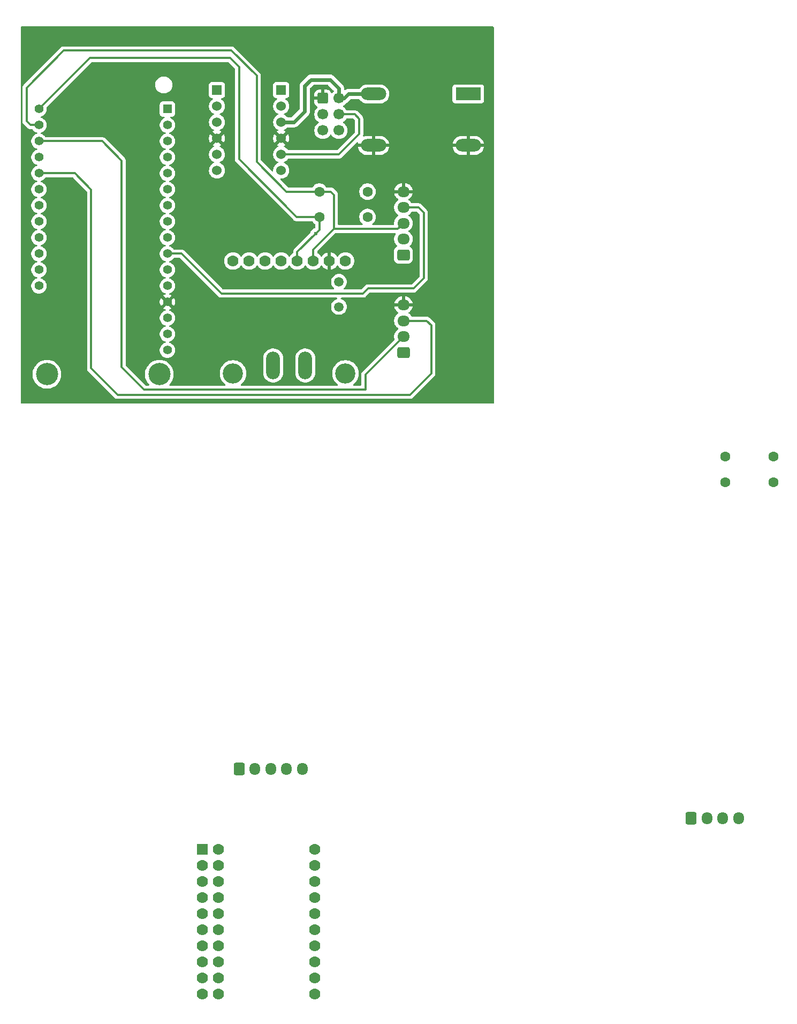
<source format=gbr>
%TF.GenerationSoftware,KiCad,Pcbnew,9.0.2*%
%TF.CreationDate,2025-06-23T18:10:37+02:00*%
%TF.ProjectId,trotten pcb,74726f74-7465-46e2-9070-63622e6b6963,rev?*%
%TF.SameCoordinates,Original*%
%TF.FileFunction,Copper,L2,Bot*%
%TF.FilePolarity,Positive*%
%FSLAX46Y46*%
G04 Gerber Fmt 4.6, Leading zero omitted, Abs format (unit mm)*
G04 Created by KiCad (PCBNEW 9.0.2) date 2025-06-23 18:10:37*
%MOMM*%
%LPD*%
G01*
G04 APERTURE LIST*
G04 Aperture macros list*
%AMRoundRect*
0 Rectangle with rounded corners*
0 $1 Rounding radius*
0 $2 $3 $4 $5 $6 $7 $8 $9 X,Y pos of 4 corners*
0 Add a 4 corners polygon primitive as box body*
4,1,4,$2,$3,$4,$5,$6,$7,$8,$9,$2,$3,0*
0 Add four circle primitives for the rounded corners*
1,1,$1+$1,$2,$3*
1,1,$1+$1,$4,$5*
1,1,$1+$1,$6,$7*
1,1,$1+$1,$8,$9*
0 Add four rect primitives between the rounded corners*
20,1,$1+$1,$2,$3,$4,$5,0*
20,1,$1+$1,$4,$5,$6,$7,0*
20,1,$1+$1,$6,$7,$8,$9,0*
20,1,$1+$1,$8,$9,$2,$3,0*%
G04 Aperture macros list end*
%TA.AperFunction,ComponentPad*%
%ADD10RoundRect,0.250000X-0.600000X-0.600000X0.600000X-0.600000X0.600000X0.600000X-0.600000X0.600000X0*%
%TD*%
%TA.AperFunction,ComponentPad*%
%ADD11C,1.700000*%
%TD*%
%TA.AperFunction,ComponentPad*%
%ADD12O,2.184400X4.368800*%
%TD*%
%TA.AperFunction,ComponentPad*%
%ADD13C,1.778000*%
%TD*%
%TA.AperFunction,ComponentPad*%
%ADD14C,3.200000*%
%TD*%
%TA.AperFunction,SMDPad,CuDef*%
%ADD15RoundRect,0.750000X-0.000010X-0.000010X0.000010X-0.000010X0.000010X0.000010X-0.000010X0.000010X0*%
%TD*%
%TA.AperFunction,ComponentPad*%
%ADD16C,1.600000*%
%TD*%
%TA.AperFunction,ComponentPad*%
%ADD17RoundRect,0.250000X-0.600000X-0.725000X0.600000X-0.725000X0.600000X0.725000X-0.600000X0.725000X0*%
%TD*%
%TA.AperFunction,ComponentPad*%
%ADD18O,1.700000X1.950000*%
%TD*%
%TA.AperFunction,ComponentPad*%
%ADD19R,1.778000X1.778000*%
%TD*%
%TA.AperFunction,ComponentPad*%
%ADD20RoundRect,0.250000X0.725000X-0.600000X0.725000X0.600000X-0.725000X0.600000X-0.725000X-0.600000X0*%
%TD*%
%TA.AperFunction,ComponentPad*%
%ADD21O,1.950000X1.700000*%
%TD*%
%TA.AperFunction,ComponentPad*%
%ADD22C,1.524000*%
%TD*%
%TA.AperFunction,ComponentPad*%
%ADD23R,1.524000X1.524000*%
%TD*%
%TA.AperFunction,ComponentPad*%
%ADD24R,4.000000X2.000000*%
%TD*%
%TA.AperFunction,ComponentPad*%
%ADD25O,4.000000X2.000000*%
%TD*%
%TA.AperFunction,ComponentPad*%
%ADD26R,1.408000X1.408000*%
%TD*%
%TA.AperFunction,ComponentPad*%
%ADD27C,1.408000*%
%TD*%
%TA.AperFunction,ComponentPad*%
%ADD28C,3.516000*%
%TD*%
%TA.AperFunction,ViaPad*%
%ADD29C,0.600000*%
%TD*%
%TA.AperFunction,Conductor*%
%ADD30C,0.300000*%
%TD*%
%TA.AperFunction,Conductor*%
%ADD31C,0.625000*%
%TD*%
G04 APERTURE END LIST*
D10*
%TO.P,J5,6,Pin_6*%
%TO.N,GND*%
X125250000Y-35750000D03*
D11*
%TO.P,J5,5,Pin_5*%
%TO.N,+5V*%
X127790000Y-35750000D03*
%TO.P,J5,4,Pin_4*%
%TO.N,Net-(J5-Pin_4)*%
X125250000Y-38290000D03*
%TO.P,J5,3,Pin_3*%
%TO.N,Net-(J5-Pin_3)*%
X127790000Y-38290000D03*
%TO.P,J5,2,Pin_2*%
%TO.N,Net-(J5-Pin_2)*%
X125250000Y-40830000D03*
%TO.P,J5,1,Pin_1*%
%TO.N,Net-(J5-Pin_1)*%
X127790000Y-40830000D03*
%TD*%
D12*
%TO.P,U7,1,IN+*%
%TO.N,+12V*%
X122475000Y-77966800D03*
D13*
X113585000Y-61456800D03*
%TO.P,U7,6,GND*%
%TO.N,GND*%
X126285000Y-61456800D03*
%TO.P,U7,7,ALERT*%
%TO.N,INT CUR - GP39*%
X118665000Y-61456800D03*
%TO.P,U7,8,SDA*%
%TO.N,SDA - GPI 23*%
X121205000Y-61456800D03*
%TO.P,U7,9,SCL*%
%TO.N,SCL - GP22*%
X123745000Y-61456800D03*
%TO.P,U7,10,VS*%
%TO.N,+3.3V*%
X128825000Y-61456800D03*
%TO.P,U7,12,VBUS*%
%TO.N,unconnected-(U7-VBUS-Pad12)*%
X116125000Y-61456800D03*
D12*
%TO.P,U7,14,IN-*%
%TO.N,Net-(U7-IN--Pad14)*%
X117395000Y-77966800D03*
D13*
X111045000Y-61456800D03*
D14*
%TO.P,U7,P$1*%
%TO.N,N/C*%
X128825000Y-79236800D03*
D15*
X127809000Y-68695800D03*
X127809000Y-64758800D03*
D14*
X111045000Y-79236800D03*
%TD*%
D16*
%TO.P,R4,1*%
%TO.N,SDA - GPI 23*%
X124690000Y-54500000D03*
%TO.P,R4,2*%
%TO.N,+3.3V*%
X132310000Y-54500000D03*
%TD*%
%TO.P,R3,1*%
%TO.N,SCL - GP22*%
X124690000Y-50500000D03*
%TO.P,R3,2*%
%TO.N,+3.3V*%
X132310000Y-50500000D03*
%TD*%
%TO.P,R2,1*%
%TO.N,+3.3V*%
X188880000Y-96400000D03*
%TO.P,R2,2*%
%TO.N,Net-(MODULE1-SDA{slash}SI)*%
X196500000Y-96400000D03*
%TD*%
%TO.P,R1,1*%
%TO.N,+3.3V*%
X188880000Y-92350000D03*
%TO.P,R1,2*%
%TO.N,Net-(MODULE1-SCL{slash}SCK)*%
X196500000Y-92350000D03*
%TD*%
D17*
%TO.P,J3,1,Pin_1*%
%TO.N,+3.3V*%
X112000000Y-141700000D03*
D18*
%TO.P,J3,2,Pin_2*%
%TO.N,Net-(Brd1-SDA)*%
X114500000Y-141700000D03*
%TO.P,J3,3,Pin_3*%
%TO.N,Net-(Brd1-SCL)*%
X117000000Y-141700000D03*
%TO.P,J3,4,Pin_4*%
%TO.N,Net-(J3-Pin_4)*%
X119500000Y-141700000D03*
%TO.P,J3,5,Pin_5*%
%TO.N,GND*%
X122000000Y-141700000D03*
%TD*%
D19*
%TO.P,MODULE1,1,GND*%
%TO.N,GND*%
X106220000Y-154420000D03*
D13*
%TO.P,MODULE1,2,ITA*%
%TO.N,unconnected-(MODULE1-ITA-Pad2)*%
X106220000Y-156960000D03*
%TO.P,MODULE1,3,A0*%
%TO.N,unconnected-(MODULE1-A0-Pad3)*%
X106220000Y-159500000D03*
%TO.P,MODULE1,4,A1*%
%TO.N,unconnected-(MODULE1-A1-Pad4)*%
X106220000Y-162040000D03*
%TO.P,MODULE1,5,A2*%
%TO.N,unconnected-(MODULE1-A2-Pad5)*%
X106220000Y-164580000D03*
%TO.P,MODULE1,6,A3*%
%TO.N,unconnected-(MODULE1-A3-Pad6)*%
X106220000Y-167120000D03*
%TO.P,MODULE1,7,A4*%
%TO.N,unconnected-(MODULE1-A4-Pad7)*%
X106220000Y-169660000D03*
%TO.P,MODULE1,8,A5*%
%TO.N,unconnected-(MODULE1-A5-Pad8)*%
X106220000Y-172200000D03*
%TO.P,MODULE1,9,A6*%
%TO.N,unconnected-(MODULE1-A6-Pad9)*%
X106220000Y-174740000D03*
%TO.P,MODULE1,10,A7*%
%TO.N,unconnected-(MODULE1-A7-Pad10)*%
X106220000Y-177280000D03*
%TO.P,MODULE1,11,VCC*%
%TO.N,+3.3V*%
X108760000Y-154420000D03*
%TO.P,MODULE1,12,ITB*%
%TO.N,Net-(J3-Pin_4)*%
X108760000Y-156960000D03*
%TO.P,MODULE1,13,B0*%
%TO.N,unconnected-(MODULE1-B0-Pad13)*%
X108760000Y-159500000D03*
%TO.P,MODULE1,14,B1*%
%TO.N,unconnected-(MODULE1-B1-Pad14)*%
X108760000Y-162040000D03*
%TO.P,MODULE1,15,B2*%
%TO.N,unconnected-(MODULE1-B2-Pad15)*%
X108760000Y-164580000D03*
%TO.P,MODULE1,16,B3*%
%TO.N,Net-(MODULE1-B3)*%
X108760000Y-167120000D03*
%TO.P,MODULE1,17,B4*%
%TO.N,Net-(MODULE1-B4)*%
X108760000Y-169660000D03*
%TO.P,MODULE1,18,B5*%
%TO.N,Net-(MODULE1-B5)*%
X108760000Y-172200000D03*
%TO.P,MODULE1,19,B6*%
%TO.N,Net-(MODULE1-B6)*%
X108760000Y-174740000D03*
%TO.P,MODULE1,20,B7*%
%TO.N,Net-(MODULE1-B7)*%
X108760000Y-177280000D03*
%TO.P,MODULE1,21,X2*%
%TO.N,unconnected-(MODULE1-X2-Pad21)*%
X124000000Y-177280000D03*
%TO.P,MODULE1,22,X1*%
%TO.N,unconnected-(MODULE1-X1-Pad22)*%
X124000000Y-174740000D03*
%TO.P,MODULE1,23,X0*%
%TO.N,unconnected-(MODULE1-X0-Pad23)*%
X124000000Y-172200000D03*
%TO.P,MODULE1,24,RESET*%
%TO.N,unconnected-(MODULE1-RESET-Pad24)*%
X124000000Y-169660000D03*
%TO.P,MODULE1,25,NC/S0*%
%TO.N,unconnected-(MODULE1-NC{slash}S0-Pad25)*%
X124000000Y-167120000D03*
%TO.P,MODULE1,26,NC/CS*%
%TO.N,unconnected-(MODULE1-NC{slash}CS-Pad26)*%
X124000000Y-164580000D03*
%TO.P,MODULE1,27,SDA/SI*%
%TO.N,Net-(MODULE1-SDA{slash}SI)*%
X124000000Y-162040000D03*
%TO.P,MODULE1,28,SCL/SCK*%
%TO.N,Net-(MODULE1-SCL{slash}SCK)*%
X124000000Y-159500000D03*
%TO.P,MODULE1,29,GND*%
%TO.N,GND*%
X124000000Y-156960000D03*
%TO.P,MODULE1,30,VCC*%
%TO.N,+3.3V*%
X124000000Y-154420000D03*
%TD*%
D20*
%TO.P,J1,1,Pin_1*%
%TO.N,+3.3V*%
X138000000Y-75900000D03*
D21*
%TO.P,J1,2,Pin_2*%
%TO.N,TRIG - D14*%
X138000000Y-73400000D03*
%TO.P,J1,3,Pin_3*%
%TO.N,ECHO - D15*%
X138000000Y-70900000D03*
%TO.P,J1,4,Pin_4*%
%TO.N,GND*%
X138000000Y-68400000D03*
%TD*%
D22*
%TO.P,U2,GND_1,GND*%
%TO.N,GND*%
X118660000Y-42080000D03*
%TO.P,U2,GND_2,GND*%
X108500000Y-42080000D03*
%TO.P,U2,HV,HV*%
%TO.N,+5V*%
X118660000Y-39540000D03*
D23*
%TO.P,U2,HV1,HV1*%
%TO.N,Net-(J5-Pin_4)*%
X118660000Y-34460000D03*
D22*
%TO.P,U2,HV2,HV2*%
%TO.N,Net-(J5-Pin_2)*%
X118660000Y-37000000D03*
%TO.P,U2,HV3,HV3*%
%TO.N,Net-(J5-Pin_3)*%
X118660000Y-44620000D03*
%TO.P,U2,HV4,HV4*%
%TO.N,Net-(J5-Pin_1)*%
X118660000Y-47160000D03*
%TO.P,U2,LV,LV*%
%TO.N,+3.3V*%
X108500000Y-39540000D03*
D23*
%TO.P,U2,LV1,LV1*%
%TO.N,L-EN*%
X108500000Y-34460000D03*
D22*
%TO.P,U2,LV2,LV2*%
%TO.N,L-PWM*%
X108500000Y-37000000D03*
%TO.P,U2,LV3,LV3*%
%TO.N,R-EN*%
X108500000Y-44620000D03*
%TO.P,U2,LV4,LV4*%
%TO.N,R-PWM*%
X108500000Y-47160000D03*
%TD*%
D24*
%TO.P,U1,1,IN*%
%TO.N,+12V*%
X148250000Y-35067000D03*
D25*
%TO.P,U1,2,GND*%
%TO.N,GND*%
X148250000Y-43187000D03*
%TO.P,U1,3,OUT*%
%TO.N,+5V*%
X133270000Y-35067000D03*
%TO.P,U1,4,GND*%
%TO.N,GND*%
X133270000Y-43187000D03*
%TD*%
D17*
%TO.P,J4,1,Pin_1*%
%TO.N,Net-(J4-Pin_1)*%
X183500000Y-149500000D03*
D18*
%TO.P,J4,2,Pin_2*%
%TO.N,Net-(J4-Pin_2)*%
X186000000Y-149500000D03*
%TO.P,J4,3,Pin_3*%
%TO.N,Net-(J4-Pin_3)*%
X188500000Y-149500000D03*
%TO.P,J4,4,Pin_4*%
%TO.N,Net-(J4-Pin_4)*%
X191000000Y-149500000D03*
%TD*%
D20*
%TO.P,J2,1,Pin_1*%
%TO.N,+3.3V*%
X138000000Y-60500000D03*
D21*
%TO.P,J2,2,Pin_2*%
%TO.N,SDA - GPI 23*%
X138000000Y-58000000D03*
%TO.P,J2,3,Pin_3*%
%TO.N,SCL - GP22*%
X138000000Y-55500000D03*
%TO.P,J2,4,Pin_4*%
%TO.N,INT B - GP34*%
X138000000Y-53000000D03*
%TO.P,J2,5,Pin_5*%
%TO.N,GND*%
X138000000Y-50500000D03*
%TD*%
D26*
%TO.P,U3,1,IO21*%
%TO.N,unconnected-(U3-IO21-Pad1)*%
X100660000Y-37450000D03*
D27*
%TO.P,U3,2,TX/IO17*%
%TO.N,unconnected-(U3-TX{slash}IO17-Pad2)*%
X100660000Y-39990000D03*
%TO.P,U3,3,RX/IO16*%
%TO.N,unconnected-(U3-RX{slash}IO16-Pad3)*%
X100660000Y-42530000D03*
%TO.P,U3,4,MISO/IO19*%
%TO.N,unconnected-(U3-MISO{slash}IO19-Pad4)*%
X100660000Y-45070000D03*
%TO.P,U3,5,MOSI/IO18*%
%TO.N,unconnected-(U3-MOSI{slash}IO18-Pad5)*%
X100660000Y-47610000D03*
%TO.P,U3,6,SCK/IO5*%
%TO.N,unconnected-(U3-SCK{slash}IO5-Pad6)*%
X100660000Y-50150000D03*
%TO.P,U3,7,A5/IO4*%
%TO.N,unconnected-(U3-A5{slash}IO4-Pad7)*%
X100660000Y-52690000D03*
%TO.P,U3,8,A4/IO36*%
%TO.N,unconnected-(U3-A4{slash}IO36-Pad8)*%
X100660000Y-55230000D03*
%TO.P,U3,9,A3/IO39*%
%TO.N,INT CUR - GP39*%
X100660000Y-57770000D03*
%TO.P,U3,10,A2/IO34*%
%TO.N,INT B - GP34*%
X100660000Y-60310000D03*
%TO.P,U3,11,A1_DAC1*%
%TO.N,unconnected-(U3-A1_DAC1-Pad11)*%
X100660000Y-62850000D03*
%TO.P,U3,12,A0_DAC2*%
%TO.N,unconnected-(U3-A0_DAC2-Pad12)*%
X100660000Y-65390000D03*
%TO.P,U3,13,GND*%
%TO.N,GND*%
X100660000Y-67930000D03*
%TO.P,U3,14,NC*%
%TO.N,unconnected-(U3-NC-Pad14)*%
X100660000Y-70470000D03*
%TO.P,U3,15,3V*%
%TO.N,+3.3V*%
X100660000Y-73010000D03*
%TO.P,U3,16,RST*%
%TO.N,unconnected-(U3-RST-Pad16)*%
X100660000Y-75550000D03*
%TO.P,U3,17,VBAT*%
%TO.N,unconnected-(U3-VBAT-Pad17)*%
X80340000Y-65390000D03*
%TO.P,U3,18,EN*%
%TO.N,unconnected-(U3-EN-Pad18)*%
X80340000Y-62850000D03*
%TO.P,U3,19,VBUS*%
%TO.N,+5V*%
X80340000Y-60310000D03*
%TO.P,U3,20,A12/IO13*%
%TO.N,D13*%
X80340000Y-57770000D03*
%TO.P,U3,21,A11/IO12*%
%TO.N,R-PWM*%
X80340000Y-55230000D03*
%TO.P,U3,22,A10/IO27*%
%TO.N,R-EN*%
X80340000Y-52690000D03*
%TO.P,U3,23,A9/IO33*%
%TO.N,L-PWM*%
X80340000Y-50150000D03*
%TO.P,U3,24,A8/IO15*%
%TO.N,ECHO - D15*%
X80340000Y-47610000D03*
%TO.P,U3,25,A7/IO32*%
%TO.N,L-EN*%
X80340000Y-45070000D03*
%TO.P,U3,26,A6/IO14*%
%TO.N,TRIG - D14*%
X80340000Y-42530000D03*
%TO.P,U3,27,SCL/IO22*%
%TO.N,SCL - GP22*%
X80340000Y-39990000D03*
%TO.P,U3,28,SDA/IO23*%
%TO.N,SDA - GPI 23*%
X80340000Y-37450000D03*
D28*
%TO.P,U3,P1*%
%TO.N,N/C*%
X99390000Y-79360000D03*
%TO.P,U3,P2*%
X81610000Y-79360000D03*
%TD*%
D29*
%TO.N,SDA - GPI 23*%
X124100000Y-57100000D03*
%TD*%
D30*
%TO.N,INT B - GP34*%
X102910000Y-60310000D02*
X100660000Y-60310000D01*
X109200000Y-66600000D02*
X102910000Y-60310000D01*
X132400000Y-65800000D02*
X131600000Y-66600000D01*
X131600000Y-66600000D02*
X109200000Y-66600000D01*
X139600000Y-65800000D02*
X132400000Y-65800000D01*
X141200000Y-53800000D02*
X141200000Y-64200000D01*
X140400000Y-53000000D02*
X141200000Y-53800000D01*
X138000000Y-53000000D02*
X140400000Y-53000000D01*
X141200000Y-64200000D02*
X139600000Y-65800000D01*
%TO.N,SDA - GPI 23*%
X124100000Y-57100000D02*
X124690000Y-56510000D01*
%TO.N,ECHO - D15*%
X141700000Y-70900000D02*
X138000000Y-70900000D01*
X139000000Y-82600000D02*
X142400000Y-79200000D01*
X88600000Y-78400000D02*
X92800000Y-82600000D01*
X92800000Y-82600000D02*
X139000000Y-82600000D01*
X142400000Y-71600000D02*
X141700000Y-70900000D01*
X88600000Y-50200000D02*
X88600000Y-78400000D01*
X142400000Y-79200000D02*
X142400000Y-71600000D01*
X86010000Y-47610000D02*
X88600000Y-50200000D01*
X80340000Y-47610000D02*
X86010000Y-47610000D01*
%TO.N,TRIG - D14*%
X90330000Y-42530000D02*
X80340000Y-42530000D01*
X93400000Y-78200000D02*
X93400000Y-45600000D01*
X93400000Y-45600000D02*
X90330000Y-42530000D01*
X97000000Y-81800000D02*
X93400000Y-78200000D01*
X132000000Y-81800000D02*
X97000000Y-81800000D01*
X132000000Y-79400000D02*
X132000000Y-81800000D01*
X138000000Y-73400000D02*
X132000000Y-79400000D01*
%TO.N,SCL - GP22*%
X127200000Y-56400000D02*
X127000000Y-56200000D01*
X137100000Y-56400000D02*
X127200000Y-56400000D01*
X138000000Y-55500000D02*
X137100000Y-56400000D01*
X127000000Y-56200000D02*
X127000000Y-56400000D01*
%TO.N,SDA - GPI 23*%
X124690000Y-56510000D02*
X124690000Y-54500000D01*
X121205000Y-59995000D02*
X124100000Y-57100000D01*
X121205000Y-61456800D02*
X121205000Y-59995000D01*
%TO.N,SCL - GP22*%
X127000000Y-56400000D02*
X123745000Y-59655000D01*
X123745000Y-59655000D02*
X123745000Y-61456800D01*
X127000000Y-51000000D02*
X127000000Y-56200000D01*
X126500000Y-50500000D02*
X127000000Y-51000000D01*
X124690000Y-50500000D02*
X126500000Y-50500000D01*
X119500000Y-50500000D02*
X124690000Y-50500000D01*
X114800000Y-45800000D02*
X119500000Y-50500000D01*
X114800000Y-44200000D02*
X114800000Y-45800000D01*
%TO.N,SDA - GPI 23*%
X121100000Y-54500000D02*
X124690000Y-54500000D01*
X112000000Y-30800000D02*
X112000000Y-45400000D01*
X88390000Y-29400000D02*
X110600000Y-29400000D01*
X110600000Y-29400000D02*
X112000000Y-30800000D01*
X80340000Y-37450000D02*
X88390000Y-29400000D01*
X112000000Y-45400000D02*
X121100000Y-54500000D01*
%TO.N,SCL - GP22*%
X114800000Y-32200000D02*
X114800000Y-44200000D01*
X78400000Y-34092265D02*
X84292265Y-28200000D01*
X103600000Y-28200000D02*
X110800000Y-28200000D01*
X78400000Y-34200000D02*
X78400000Y-34092265D01*
X78400000Y-39400000D02*
X78400000Y-34200000D01*
X84292265Y-28200000D02*
X103600000Y-28200000D01*
X78990000Y-39990000D02*
X78400000Y-39400000D01*
X80340000Y-39990000D02*
X78990000Y-39990000D01*
X110800000Y-28200000D02*
X114800000Y-32200000D01*
%TO.N,Net-(J5-Pin_3)*%
X130290000Y-38290000D02*
X127790000Y-38290000D01*
X127780000Y-44620000D02*
X131000000Y-41400000D01*
X131000000Y-41400000D02*
X131000000Y-39000000D01*
X118660000Y-44620000D02*
X127780000Y-44620000D01*
X131000000Y-39000000D02*
X130290000Y-38290000D01*
D31*
%TO.N,+5V*%
X127790000Y-34210000D02*
X127790000Y-35750000D01*
X126400000Y-32800000D02*
X127800000Y-34200000D01*
X123400000Y-32800000D02*
X126400000Y-32800000D01*
X127800000Y-34200000D02*
X127790000Y-34210000D01*
X122400000Y-33800000D02*
X123400000Y-32800000D01*
X122400000Y-37800000D02*
X122400000Y-33800000D01*
X120660000Y-39540000D02*
X122400000Y-37800000D01*
X118660000Y-39540000D02*
X120660000Y-39540000D01*
X129333000Y-35067000D02*
X133270000Y-35067000D01*
X128650000Y-35750000D02*
X129333000Y-35067000D01*
X127790000Y-35750000D02*
X128650000Y-35750000D01*
%TD*%
%TA.AperFunction,Conductor*%
%TO.N,GND*%
G36*
X126078921Y-33632685D02*
G01*
X126099563Y-33649319D01*
X126940681Y-34490437D01*
X126955384Y-34517364D01*
X126971977Y-34543183D01*
X126972868Y-34549383D01*
X126974166Y-34551760D01*
X126977000Y-34578118D01*
X126977000Y-34608187D01*
X126957315Y-34675226D01*
X126925885Y-34708505D01*
X126910214Y-34719890D01*
X126910209Y-34719894D01*
X126759892Y-34870211D01*
X126755974Y-34875605D01*
X126700643Y-34918270D01*
X126631029Y-34924248D01*
X126569235Y-34891641D01*
X126537951Y-34841723D01*
X126534357Y-34830878D01*
X126534356Y-34830875D01*
X126442315Y-34681654D01*
X126318345Y-34557684D01*
X126169124Y-34465643D01*
X126169119Y-34465641D01*
X126002697Y-34410494D01*
X126002690Y-34410493D01*
X125899986Y-34400000D01*
X125500000Y-34400000D01*
X125500000Y-35316988D01*
X125442993Y-35284075D01*
X125315826Y-35250000D01*
X125184174Y-35250000D01*
X125057007Y-35284075D01*
X125000000Y-35316988D01*
X125000000Y-34400000D01*
X124600028Y-34400000D01*
X124600012Y-34400001D01*
X124497302Y-34410494D01*
X124330880Y-34465641D01*
X124330875Y-34465643D01*
X124181654Y-34557684D01*
X124057684Y-34681654D01*
X123965643Y-34830875D01*
X123965641Y-34830880D01*
X123910494Y-34997302D01*
X123910493Y-34997309D01*
X123900000Y-35100013D01*
X123900000Y-35500000D01*
X124816988Y-35500000D01*
X124784075Y-35557007D01*
X124750000Y-35684174D01*
X124750000Y-35815826D01*
X124784075Y-35942993D01*
X124816988Y-36000000D01*
X123900001Y-36000000D01*
X123900001Y-36399986D01*
X123910494Y-36502697D01*
X123965641Y-36669119D01*
X123965643Y-36669124D01*
X124057684Y-36818345D01*
X124181654Y-36942315D01*
X124330875Y-37034356D01*
X124330878Y-37034357D01*
X124341723Y-37037951D01*
X124399167Y-37077724D01*
X124425990Y-37142240D01*
X124413675Y-37211016D01*
X124375605Y-37255974D01*
X124370211Y-37259892D01*
X124219890Y-37410213D01*
X124094951Y-37582179D01*
X123998444Y-37771585D01*
X123932753Y-37973760D01*
X123915960Y-38079787D01*
X123899500Y-38183713D01*
X123899500Y-38396287D01*
X123899507Y-38396331D01*
X123931415Y-38597793D01*
X123932754Y-38606243D01*
X123994457Y-38796145D01*
X123998444Y-38808414D01*
X124094951Y-38997820D01*
X124219890Y-39169786D01*
X124370213Y-39320109D01*
X124542182Y-39445050D01*
X124550946Y-39449516D01*
X124601742Y-39497491D01*
X124618536Y-39565312D01*
X124595998Y-39631447D01*
X124550946Y-39670484D01*
X124542182Y-39674949D01*
X124370213Y-39799890D01*
X124219890Y-39950213D01*
X124094951Y-40122179D01*
X123998444Y-40311585D01*
X123932753Y-40513760D01*
X123915960Y-40619787D01*
X123899500Y-40723713D01*
X123899500Y-40936287D01*
X123932754Y-41146243D01*
X123990998Y-41325500D01*
X123998444Y-41348414D01*
X124094951Y-41537820D01*
X124219890Y-41709786D01*
X124370213Y-41860109D01*
X124542179Y-41985048D01*
X124542181Y-41985049D01*
X124542184Y-41985051D01*
X124731588Y-42081557D01*
X124933757Y-42147246D01*
X125143713Y-42180500D01*
X125143714Y-42180500D01*
X125356286Y-42180500D01*
X125356287Y-42180500D01*
X125566243Y-42147246D01*
X125768412Y-42081557D01*
X125957816Y-41985051D01*
X126001196Y-41953534D01*
X126129786Y-41860109D01*
X126129788Y-41860106D01*
X126129792Y-41860104D01*
X126280104Y-41709792D01*
X126280106Y-41709788D01*
X126280109Y-41709786D01*
X126405048Y-41537820D01*
X126405047Y-41537820D01*
X126405051Y-41537816D01*
X126409514Y-41529054D01*
X126457488Y-41478259D01*
X126525308Y-41461463D01*
X126591444Y-41483999D01*
X126630486Y-41529056D01*
X126634951Y-41537820D01*
X126759890Y-41709786D01*
X126910213Y-41860109D01*
X127082179Y-41985048D01*
X127082181Y-41985049D01*
X127082184Y-41985051D01*
X127271588Y-42081557D01*
X127473757Y-42147246D01*
X127683713Y-42180500D01*
X127683714Y-42180500D01*
X127896286Y-42180500D01*
X127896287Y-42180500D01*
X128106243Y-42147246D01*
X128308412Y-42081557D01*
X128497816Y-41985051D01*
X128541196Y-41953534D01*
X128669786Y-41860109D01*
X128669788Y-41860106D01*
X128669792Y-41860104D01*
X128820104Y-41709792D01*
X128820106Y-41709788D01*
X128820109Y-41709786D01*
X128945048Y-41537820D01*
X128945047Y-41537820D01*
X128945051Y-41537816D01*
X129041557Y-41348412D01*
X129107246Y-41146243D01*
X129140500Y-40936287D01*
X129140500Y-40723713D01*
X129107246Y-40513757D01*
X129041557Y-40311588D01*
X128945051Y-40122184D01*
X128945049Y-40122181D01*
X128945048Y-40122179D01*
X128820109Y-39950213D01*
X128669786Y-39799890D01*
X128497820Y-39674951D01*
X128497115Y-39674591D01*
X128489054Y-39670485D01*
X128438259Y-39622512D01*
X128421463Y-39554692D01*
X128443999Y-39488556D01*
X128489054Y-39449515D01*
X128497816Y-39445051D01*
X128519789Y-39429086D01*
X128669786Y-39320109D01*
X128669788Y-39320106D01*
X128669792Y-39320104D01*
X128820104Y-39169792D01*
X128820106Y-39169788D01*
X128820109Y-39169786D01*
X128947915Y-38993875D01*
X128949259Y-38994851D01*
X128995705Y-38952834D01*
X129049618Y-38940500D01*
X129969192Y-38940500D01*
X130036231Y-38960185D01*
X130056873Y-38976819D01*
X130313181Y-39233127D01*
X130346666Y-39294450D01*
X130349500Y-39320808D01*
X130349500Y-41079192D01*
X130329815Y-41146231D01*
X130313181Y-41166873D01*
X127546873Y-43933181D01*
X127485550Y-43966666D01*
X127459192Y-43969500D01*
X119811101Y-43969500D01*
X119744062Y-43949815D01*
X119710783Y-43918385D01*
X119622983Y-43797539D01*
X119622978Y-43797533D01*
X119482466Y-43657021D01*
X119482464Y-43657019D01*
X119321694Y-43540213D01*
X119164667Y-43460203D01*
X119113872Y-43412229D01*
X119097077Y-43344408D01*
X119119614Y-43278273D01*
X119164669Y-43239234D01*
X119321422Y-43159364D01*
X119358716Y-43132268D01*
X118795942Y-42569494D01*
X118856081Y-42553381D01*
X118971920Y-42486502D01*
X119066502Y-42391920D01*
X119133381Y-42276081D01*
X119149495Y-42215942D01*
X119712268Y-42778715D01*
X119739362Y-42741425D01*
X119829542Y-42564437D01*
X119890924Y-42375523D01*
X119890924Y-42375520D01*
X119922000Y-42179321D01*
X119922000Y-41980678D01*
X119890924Y-41784479D01*
X119890924Y-41784476D01*
X119829542Y-41595562D01*
X119739358Y-41418567D01*
X119712268Y-41381283D01*
X119149494Y-41944057D01*
X119133381Y-41883919D01*
X119066502Y-41768080D01*
X118971920Y-41673498D01*
X118856081Y-41606619D01*
X118795942Y-41590504D01*
X119358716Y-41027731D01*
X119358715Y-41027730D01*
X119321432Y-41000641D01*
X119164668Y-40920765D01*
X119113872Y-40872790D01*
X119097077Y-40804969D01*
X119119615Y-40738834D01*
X119164667Y-40699796D01*
X119321694Y-40619787D01*
X119482464Y-40502981D01*
X119596126Y-40389319D01*
X119657449Y-40355834D01*
X119683807Y-40353000D01*
X120740076Y-40353000D01*
X120740077Y-40352999D01*
X120897143Y-40321757D01*
X121045100Y-40260471D01*
X121178257Y-40171499D01*
X123031499Y-38318257D01*
X123120471Y-38185100D01*
X123181757Y-38037143D01*
X123196510Y-37962978D01*
X123213001Y-37880076D01*
X123213001Y-37714816D01*
X123213000Y-37714790D01*
X123213000Y-34188118D01*
X123232685Y-34121079D01*
X123249319Y-34100437D01*
X123700437Y-33649319D01*
X123761760Y-33615834D01*
X123788118Y-33613000D01*
X126011882Y-33613000D01*
X126078921Y-33632685D01*
G37*
%TD.AperFunction*%
%TA.AperFunction,Conductor*%
G36*
X152242539Y-24420185D02*
G01*
X152288294Y-24472989D01*
X152299500Y-24524500D01*
X152299500Y-83876000D01*
X152279815Y-83943039D01*
X152227011Y-83988794D01*
X152175500Y-84000000D01*
X77624000Y-84000000D01*
X77556961Y-83980315D01*
X77511206Y-83927511D01*
X77500000Y-83876000D01*
X77500000Y-79211962D01*
X79351500Y-79211962D01*
X79351500Y-79508037D01*
X79379513Y-79720807D01*
X79390144Y-79801557D01*
X79466769Y-80087529D01*
X79543943Y-80273841D01*
X79580070Y-80361059D01*
X79580071Y-80361060D01*
X79728096Y-80617447D01*
X79908324Y-80852326D01*
X79908330Y-80852333D01*
X80117666Y-81061669D01*
X80117673Y-81061675D01*
X80352552Y-81241903D01*
X80608939Y-81389928D01*
X80608940Y-81389929D01*
X80608943Y-81389930D01*
X80608948Y-81389933D01*
X80882471Y-81503231D01*
X81168443Y-81579856D01*
X81461970Y-81618500D01*
X81461977Y-81618500D01*
X81758023Y-81618500D01*
X81758030Y-81618500D01*
X82051557Y-81579856D01*
X82337529Y-81503231D01*
X82611052Y-81389933D01*
X82867448Y-81241903D01*
X83102328Y-81061674D01*
X83311674Y-80852328D01*
X83491903Y-80617448D01*
X83639933Y-80361052D01*
X83753231Y-80087529D01*
X83829856Y-79801557D01*
X83868500Y-79508030D01*
X83868500Y-79211970D01*
X83829856Y-78918443D01*
X83753231Y-78632471D01*
X83639933Y-78358948D01*
X83639930Y-78358943D01*
X83639929Y-78358940D01*
X83639928Y-78358939D01*
X83491903Y-78102552D01*
X83311675Y-77867673D01*
X83311669Y-77867666D01*
X83102333Y-77658330D01*
X83102326Y-77658324D01*
X82867447Y-77478096D01*
X82611060Y-77330071D01*
X82611059Y-77330070D01*
X82611052Y-77330067D01*
X82337529Y-77216769D01*
X82051557Y-77140144D01*
X82002503Y-77133685D01*
X81758037Y-77101500D01*
X81758030Y-77101500D01*
X81461970Y-77101500D01*
X81461962Y-77101500D01*
X81197633Y-77136301D01*
X81168443Y-77140144D01*
X81073119Y-77165685D01*
X80882477Y-77216767D01*
X80882473Y-77216768D01*
X80882471Y-77216769D01*
X80882464Y-77216772D01*
X80608940Y-77330070D01*
X80608939Y-77330071D01*
X80352552Y-77478096D01*
X80117673Y-77658324D01*
X80117666Y-77658330D01*
X79908330Y-77867666D01*
X79908324Y-77867673D01*
X79728096Y-78102552D01*
X79580071Y-78358939D01*
X79580070Y-78358940D01*
X79466772Y-78632464D01*
X79466767Y-78632477D01*
X79390145Y-78918440D01*
X79390143Y-78918451D01*
X79351500Y-79211962D01*
X77500000Y-79211962D01*
X77500000Y-34028193D01*
X77749500Y-34028193D01*
X77749500Y-39464070D01*
X77762144Y-39527631D01*
X77762144Y-39527633D01*
X77774497Y-39589736D01*
X77774499Y-39589744D01*
X77823534Y-39708125D01*
X77894726Y-39814673D01*
X78575328Y-40495275D01*
X78654987Y-40548501D01*
X78654986Y-40548501D01*
X78681871Y-40566464D01*
X78681872Y-40566464D01*
X78681873Y-40566465D01*
X78800256Y-40615501D01*
X78800260Y-40615501D01*
X78800261Y-40615502D01*
X78925928Y-40640500D01*
X78925931Y-40640500D01*
X79260591Y-40640500D01*
X79327630Y-40660185D01*
X79360907Y-40691612D01*
X79421259Y-40774679D01*
X79555321Y-40908741D01*
X79708704Y-41020181D01*
X79788515Y-41060846D01*
X79877627Y-41106252D01*
X79877629Y-41106252D01*
X79877632Y-41106254D01*
X79987860Y-41142069D01*
X80045534Y-41181507D01*
X80072732Y-41245866D01*
X80060817Y-41314712D01*
X80013573Y-41366188D01*
X79987861Y-41377929D01*
X79977542Y-41381283D01*
X79877627Y-41413747D01*
X79708703Y-41499819D01*
X79555319Y-41611260D01*
X79421260Y-41745319D01*
X79309819Y-41898703D01*
X79223747Y-42067627D01*
X79165157Y-42247949D01*
X79135500Y-42435199D01*
X79135500Y-42624800D01*
X79163372Y-42800779D01*
X79165158Y-42812055D01*
X79171555Y-42831742D01*
X79223747Y-42992372D01*
X79295029Y-43132269D01*
X79309819Y-43161296D01*
X79421259Y-43314679D01*
X79555321Y-43448741D01*
X79708704Y-43560181D01*
X79788515Y-43600846D01*
X79877627Y-43646252D01*
X79877629Y-43646252D01*
X79877632Y-43646254D01*
X79987860Y-43682069D01*
X80045534Y-43721507D01*
X80072732Y-43785866D01*
X80060817Y-43854712D01*
X80013573Y-43906188D01*
X79987861Y-43917929D01*
X79945838Y-43931583D01*
X79877627Y-43953747D01*
X79708703Y-44039819D01*
X79555319Y-44151260D01*
X79421260Y-44285319D01*
X79309819Y-44438703D01*
X79223747Y-44607627D01*
X79165157Y-44787949D01*
X79135500Y-44975199D01*
X79135500Y-45164800D01*
X79160337Y-45321615D01*
X79165158Y-45352055D01*
X79184071Y-45410261D01*
X79223747Y-45532372D01*
X79252976Y-45589736D01*
X79309819Y-45701296D01*
X79421259Y-45854679D01*
X79555321Y-45988741D01*
X79708704Y-46100181D01*
X79788515Y-46140846D01*
X79877627Y-46186252D01*
X79877629Y-46186252D01*
X79877632Y-46186254D01*
X79987860Y-46222069D01*
X80045534Y-46261507D01*
X80072732Y-46325866D01*
X80060817Y-46394712D01*
X80013573Y-46446188D01*
X79987861Y-46457929D01*
X79945838Y-46471583D01*
X79877627Y-46493747D01*
X79708703Y-46579819D01*
X79555319Y-46691260D01*
X79421260Y-46825319D01*
X79309819Y-46978703D01*
X79223747Y-47147627D01*
X79165157Y-47327949D01*
X79135500Y-47515199D01*
X79135500Y-47704800D01*
X79154014Y-47821694D01*
X79165158Y-47892055D01*
X79194534Y-47982464D01*
X79223747Y-48072372D01*
X79309050Y-48239786D01*
X79309819Y-48241296D01*
X79421259Y-48394679D01*
X79555321Y-48528741D01*
X79708704Y-48640181D01*
X79788515Y-48680846D01*
X79877627Y-48726252D01*
X79877629Y-48726252D01*
X79877632Y-48726254D01*
X79987860Y-48762069D01*
X80045534Y-48801507D01*
X80072732Y-48865866D01*
X80060817Y-48934712D01*
X80013573Y-48986188D01*
X79987861Y-48997929D01*
X79945838Y-49011583D01*
X79877627Y-49033747D01*
X79708703Y-49119819D01*
X79555319Y-49231260D01*
X79421260Y-49365319D01*
X79309819Y-49518703D01*
X79223747Y-49687627D01*
X79165157Y-49867949D01*
X79135500Y-50055199D01*
X79135500Y-50244800D01*
X79159709Y-50397649D01*
X79165158Y-50432055D01*
X79193996Y-50520807D01*
X79223747Y-50612372D01*
X79293873Y-50750000D01*
X79309819Y-50781296D01*
X79421259Y-50934679D01*
X79555321Y-51068741D01*
X79708704Y-51180181D01*
X79788515Y-51220846D01*
X79877627Y-51266252D01*
X79877629Y-51266252D01*
X79877632Y-51266254D01*
X79987860Y-51302069D01*
X80045534Y-51341507D01*
X80072732Y-51405866D01*
X80060817Y-51474712D01*
X80013573Y-51526188D01*
X79987861Y-51537929D01*
X79945838Y-51551583D01*
X79877627Y-51573747D01*
X79708703Y-51659819D01*
X79555319Y-51771260D01*
X79421260Y-51905319D01*
X79309819Y-52058703D01*
X79223747Y-52227627D01*
X79201724Y-52295408D01*
X79176026Y-52374499D01*
X79165157Y-52407949D01*
X79135500Y-52595199D01*
X79135500Y-52784800D01*
X79152750Y-52893713D01*
X79165158Y-52972055D01*
X79204750Y-53093905D01*
X79223747Y-53152372D01*
X79264077Y-53231523D01*
X79309819Y-53321296D01*
X79421259Y-53474679D01*
X79555321Y-53608741D01*
X79708704Y-53720181D01*
X79788515Y-53760846D01*
X79877627Y-53806252D01*
X79877629Y-53806252D01*
X79877632Y-53806254D01*
X79987860Y-53842069D01*
X80045534Y-53881507D01*
X80072732Y-53945866D01*
X80060817Y-54014712D01*
X80013573Y-54066188D01*
X79987861Y-54077929D01*
X79945838Y-54091583D01*
X79877627Y-54113747D01*
X79708703Y-54199819D01*
X79555319Y-54311260D01*
X79421260Y-54445319D01*
X79309819Y-54598703D01*
X79223747Y-54767627D01*
X79165157Y-54947949D01*
X79135500Y-55135199D01*
X79135500Y-55324800D01*
X79139050Y-55347213D01*
X79165158Y-55512055D01*
X79197380Y-55611222D01*
X79223747Y-55692372D01*
X79286861Y-55816239D01*
X79309819Y-55861296D01*
X79421259Y-56014679D01*
X79555321Y-56148741D01*
X79708704Y-56260181D01*
X79788515Y-56300846D01*
X79877627Y-56346252D01*
X79877629Y-56346252D01*
X79877632Y-56346254D01*
X79987860Y-56382069D01*
X80045534Y-56421507D01*
X80072732Y-56485866D01*
X80060817Y-56554712D01*
X80013573Y-56606188D01*
X79987861Y-56617929D01*
X79945838Y-56631583D01*
X79877627Y-56653747D01*
X79708703Y-56739819D01*
X79555319Y-56851260D01*
X79421260Y-56985319D01*
X79309819Y-57138703D01*
X79223747Y-57307627D01*
X79201325Y-57376635D01*
X79168007Y-57479179D01*
X79165157Y-57487949D01*
X79135500Y-57675199D01*
X79135500Y-57864800D01*
X79156237Y-57995730D01*
X79165158Y-58052055D01*
X79204750Y-58173905D01*
X79223747Y-58232372D01*
X79266480Y-58316239D01*
X79309819Y-58401296D01*
X79421259Y-58554679D01*
X79555321Y-58688741D01*
X79708704Y-58800181D01*
X79788515Y-58840846D01*
X79877627Y-58886252D01*
X79877629Y-58886252D01*
X79877632Y-58886254D01*
X79987860Y-58922069D01*
X80045534Y-58961507D01*
X80072732Y-59025866D01*
X80060817Y-59094712D01*
X80013573Y-59146188D01*
X79987861Y-59157929D01*
X79945838Y-59171583D01*
X79877627Y-59193747D01*
X79708703Y-59279819D01*
X79555319Y-59391260D01*
X79421260Y-59525319D01*
X79309819Y-59678703D01*
X79223747Y-59847627D01*
X79165157Y-60027949D01*
X79135500Y-60215199D01*
X79135500Y-60404800D01*
X79158803Y-60551933D01*
X79165158Y-60592055D01*
X79201132Y-60702769D01*
X79223747Y-60772372D01*
X79283008Y-60888677D01*
X79309819Y-60941296D01*
X79421259Y-61094679D01*
X79555321Y-61228741D01*
X79708704Y-61340181D01*
X79788515Y-61380846D01*
X79877627Y-61426252D01*
X79877629Y-61426252D01*
X79877632Y-61426254D01*
X79987860Y-61462069D01*
X80045534Y-61501507D01*
X80072732Y-61565866D01*
X80060817Y-61634712D01*
X80013573Y-61686188D01*
X79987861Y-61697929D01*
X79945838Y-61711583D01*
X79877627Y-61733747D01*
X79708703Y-61819819D01*
X79555319Y-61931260D01*
X79421260Y-62065319D01*
X79309819Y-62218703D01*
X79223747Y-62387627D01*
X79165157Y-62567949D01*
X79135500Y-62755199D01*
X79135500Y-62944800D01*
X79165157Y-63132050D01*
X79165158Y-63132055D01*
X79204750Y-63253905D01*
X79223747Y-63312372D01*
X79309819Y-63481296D01*
X79421259Y-63634679D01*
X79555321Y-63768741D01*
X79708704Y-63880181D01*
X79788515Y-63920846D01*
X79877627Y-63966252D01*
X79877629Y-63966252D01*
X79877632Y-63966254D01*
X79987860Y-64002069D01*
X80045534Y-64041507D01*
X80072732Y-64105866D01*
X80060817Y-64174712D01*
X80013573Y-64226188D01*
X79987861Y-64237929D01*
X79945838Y-64251583D01*
X79877627Y-64273747D01*
X79708703Y-64359819D01*
X79555319Y-64471260D01*
X79421260Y-64605319D01*
X79309819Y-64758703D01*
X79223747Y-64927627D01*
X79165157Y-65107949D01*
X79135500Y-65295199D01*
X79135500Y-65484800D01*
X79147958Y-65563457D01*
X79165158Y-65672055D01*
X79182905Y-65726673D01*
X79223747Y-65852372D01*
X79271258Y-65945616D01*
X79309819Y-66021296D01*
X79421259Y-66174679D01*
X79555321Y-66308741D01*
X79708704Y-66420181D01*
X79773771Y-66453334D01*
X79877627Y-66506252D01*
X79877629Y-66506252D01*
X79877632Y-66506254D01*
X80057945Y-66564842D01*
X80151574Y-66579671D01*
X80245200Y-66594500D01*
X80245204Y-66594500D01*
X80434800Y-66594500D01*
X80518022Y-66581318D01*
X80622055Y-66564842D01*
X80802368Y-66506254D01*
X80971296Y-66420181D01*
X81124679Y-66308741D01*
X81258741Y-66174679D01*
X81370181Y-66021296D01*
X81456254Y-65852368D01*
X81514842Y-65672055D01*
X81532044Y-65563445D01*
X81544500Y-65484800D01*
X81544500Y-65295199D01*
X81525222Y-65173482D01*
X81514842Y-65107945D01*
X81456254Y-64927632D01*
X81456252Y-64927629D01*
X81456252Y-64927627D01*
X81402950Y-64823017D01*
X81370181Y-64758704D01*
X81258741Y-64605321D01*
X81124679Y-64471259D01*
X80971296Y-64359819D01*
X80802368Y-64273746D01*
X80692139Y-64237930D01*
X80634465Y-64198493D01*
X80607267Y-64134135D01*
X80619182Y-64065288D01*
X80666426Y-64013813D01*
X80692138Y-64002070D01*
X80802368Y-63966254D01*
X80971296Y-63880181D01*
X81124679Y-63768741D01*
X81258741Y-63634679D01*
X81370181Y-63481296D01*
X81456254Y-63312368D01*
X81514842Y-63132055D01*
X81531318Y-63028022D01*
X81544500Y-62944800D01*
X81544500Y-62755199D01*
X81527010Y-62644776D01*
X81514842Y-62567945D01*
X81456254Y-62387632D01*
X81456252Y-62387629D01*
X81456252Y-62387627D01*
X81370180Y-62218703D01*
X81352806Y-62194790D01*
X81258741Y-62065321D01*
X81124679Y-61931259D01*
X80971296Y-61819819D01*
X80802368Y-61733746D01*
X80692139Y-61697930D01*
X80634465Y-61658493D01*
X80607267Y-61594135D01*
X80619182Y-61525288D01*
X80666426Y-61473813D01*
X80692138Y-61462070D01*
X80802368Y-61426254D01*
X80971296Y-61340181D01*
X81124679Y-61228741D01*
X81258741Y-61094679D01*
X81370181Y-60941296D01*
X81456254Y-60772368D01*
X81514842Y-60592055D01*
X81531318Y-60488022D01*
X81544500Y-60404800D01*
X81544500Y-60215199D01*
X81521075Y-60067300D01*
X81514842Y-60027945D01*
X81456254Y-59847632D01*
X81456252Y-59847629D01*
X81456252Y-59847627D01*
X81374343Y-59686873D01*
X81370181Y-59678704D01*
X81258741Y-59525321D01*
X81124679Y-59391259D01*
X80971296Y-59279819D01*
X80802368Y-59193746D01*
X80692139Y-59157930D01*
X80634465Y-59118493D01*
X80607267Y-59054135D01*
X80619182Y-58985288D01*
X80666426Y-58933813D01*
X80692138Y-58922070D01*
X80802368Y-58886254D01*
X80971296Y-58800181D01*
X81124679Y-58688741D01*
X81258741Y-58554679D01*
X81370181Y-58401296D01*
X81456254Y-58232368D01*
X81514842Y-58052055D01*
X81539745Y-57894820D01*
X81544500Y-57864800D01*
X81544500Y-57675199D01*
X81528023Y-57571171D01*
X81514842Y-57487945D01*
X81456254Y-57307632D01*
X81456252Y-57307629D01*
X81456252Y-57307627D01*
X81402905Y-57202928D01*
X81370181Y-57138704D01*
X81258741Y-56985321D01*
X81124679Y-56851259D01*
X80971296Y-56739819D01*
X80802368Y-56653746D01*
X80692139Y-56617930D01*
X80634465Y-56578493D01*
X80607267Y-56514135D01*
X80619182Y-56445288D01*
X80666426Y-56393813D01*
X80692138Y-56382070D01*
X80802368Y-56346254D01*
X80971296Y-56260181D01*
X81124679Y-56148741D01*
X81258741Y-56014679D01*
X81370181Y-55861296D01*
X81456254Y-55692368D01*
X81514842Y-55512055D01*
X81540950Y-55347213D01*
X81544500Y-55324800D01*
X81544500Y-55135199D01*
X81520170Y-54981585D01*
X81514842Y-54947945D01*
X81456254Y-54767632D01*
X81456252Y-54767629D01*
X81456252Y-54767627D01*
X81381140Y-54620213D01*
X81370181Y-54598704D01*
X81258741Y-54445321D01*
X81124679Y-54311259D01*
X80971296Y-54199819D01*
X80802368Y-54113746D01*
X80692139Y-54077930D01*
X80634465Y-54038493D01*
X80607267Y-53974135D01*
X80619182Y-53905288D01*
X80666426Y-53853813D01*
X80692138Y-53842070D01*
X80802368Y-53806254D01*
X80971296Y-53720181D01*
X81124679Y-53608741D01*
X81258741Y-53474679D01*
X81370181Y-53321296D01*
X81456254Y-53152368D01*
X81514842Y-52972055D01*
X81531318Y-52868022D01*
X81544500Y-52784800D01*
X81544500Y-52595199D01*
X81528023Y-52491171D01*
X81514842Y-52407945D01*
X81456254Y-52227632D01*
X81456252Y-52227629D01*
X81456252Y-52227627D01*
X81370180Y-52058703D01*
X81258741Y-51905321D01*
X81124679Y-51771259D01*
X80971296Y-51659819D01*
X80802368Y-51573746D01*
X80692139Y-51537930D01*
X80634465Y-51498493D01*
X80607267Y-51434135D01*
X80619182Y-51365288D01*
X80666426Y-51313813D01*
X80692138Y-51302070D01*
X80802368Y-51266254D01*
X80971296Y-51180181D01*
X81124679Y-51068741D01*
X81258741Y-50934679D01*
X81370181Y-50781296D01*
X81456254Y-50612368D01*
X81514842Y-50432055D01*
X81533119Y-50316657D01*
X81544500Y-50244800D01*
X81544500Y-50055199D01*
X81518632Y-49891875D01*
X81514842Y-49867945D01*
X81456254Y-49687632D01*
X81456252Y-49687629D01*
X81456252Y-49687627D01*
X81370180Y-49518703D01*
X81258741Y-49365321D01*
X81124679Y-49231259D01*
X80971296Y-49119819D01*
X80802368Y-49033746D01*
X80692139Y-48997930D01*
X80634465Y-48958493D01*
X80607267Y-48894135D01*
X80619182Y-48825288D01*
X80666426Y-48773813D01*
X80692138Y-48762070D01*
X80802368Y-48726254D01*
X80971296Y-48640181D01*
X81124679Y-48528741D01*
X81258741Y-48394679D01*
X81319091Y-48311613D01*
X81374421Y-48268949D01*
X81419409Y-48260500D01*
X85689192Y-48260500D01*
X85756231Y-48280185D01*
X85776873Y-48296819D01*
X87913181Y-50433126D01*
X87946666Y-50494449D01*
X87949500Y-50520807D01*
X87949500Y-78464069D01*
X87949500Y-78464071D01*
X87949499Y-78464071D01*
X87973377Y-78584104D01*
X87973377Y-78584108D01*
X87973378Y-78584108D01*
X87974498Y-78589740D01*
X87974500Y-78589746D01*
X88023534Y-78708125D01*
X88094726Y-78814673D01*
X92385326Y-83105273D01*
X92385329Y-83105275D01*
X92385331Y-83105277D01*
X92491873Y-83176465D01*
X92610256Y-83225501D01*
X92610260Y-83225501D01*
X92610261Y-83225502D01*
X92735928Y-83250500D01*
X92735931Y-83250500D01*
X139064071Y-83250500D01*
X139148615Y-83233682D01*
X139189744Y-83225501D01*
X139308127Y-83176465D01*
X139414669Y-83105277D01*
X142905277Y-79614669D01*
X142976465Y-79508127D01*
X143025501Y-79389744D01*
X143028537Y-79374477D01*
X143028538Y-79374477D01*
X143028538Y-79374474D01*
X143050500Y-79264069D01*
X143050500Y-71535931D01*
X143050500Y-71535928D01*
X143025502Y-71410261D01*
X143025501Y-71410260D01*
X143025501Y-71410256D01*
X142976465Y-71291873D01*
X142920508Y-71208127D01*
X142916737Y-71202483D01*
X142905279Y-71185333D01*
X142905276Y-71185330D01*
X142114674Y-70394727D01*
X142114673Y-70394726D01*
X142114669Y-70394723D01*
X142008127Y-70323535D01*
X141889744Y-70274499D01*
X141889738Y-70274497D01*
X141764071Y-70249500D01*
X141764069Y-70249500D01*
X139384618Y-70249500D01*
X139317579Y-70229815D01*
X139283900Y-70195408D01*
X139282915Y-70196125D01*
X139155109Y-70020213D01*
X139004790Y-69869894D01*
X139004785Y-69869890D01*
X138839781Y-69750008D01*
X138797115Y-69694678D01*
X138791136Y-69625065D01*
X138823741Y-69563270D01*
X138839781Y-69549371D01*
X139004466Y-69429721D01*
X139154723Y-69279464D01*
X139154727Y-69279459D01*
X139279620Y-69107557D01*
X139376095Y-68918217D01*
X139441757Y-68716129D01*
X139441757Y-68716126D01*
X139452231Y-68650000D01*
X138404146Y-68650000D01*
X138442630Y-68583343D01*
X138475000Y-68462535D01*
X138475000Y-68337465D01*
X138442630Y-68216657D01*
X138404146Y-68150000D01*
X139452231Y-68150000D01*
X139441757Y-68083873D01*
X139441757Y-68083870D01*
X139376095Y-67881782D01*
X139279620Y-67692442D01*
X139154727Y-67520540D01*
X139154723Y-67520535D01*
X139004464Y-67370276D01*
X139004459Y-67370272D01*
X138832557Y-67245379D01*
X138643217Y-67148904D01*
X138441128Y-67083242D01*
X138250000Y-67052969D01*
X138250000Y-67995854D01*
X138183343Y-67957370D01*
X138062535Y-67925000D01*
X137937465Y-67925000D01*
X137816657Y-67957370D01*
X137750000Y-67995854D01*
X137750000Y-67052969D01*
X137558872Y-67083242D01*
X137558869Y-67083242D01*
X137356782Y-67148904D01*
X137167442Y-67245379D01*
X136995540Y-67370272D01*
X136995535Y-67370276D01*
X136845276Y-67520535D01*
X136845272Y-67520540D01*
X136720379Y-67692442D01*
X136623904Y-67881782D01*
X136558242Y-68083870D01*
X136558242Y-68083873D01*
X136547769Y-68150000D01*
X137595854Y-68150000D01*
X137557370Y-68216657D01*
X137525000Y-68337465D01*
X137525000Y-68462535D01*
X137557370Y-68583343D01*
X137595854Y-68650000D01*
X136547769Y-68650000D01*
X136558242Y-68716126D01*
X136558242Y-68716129D01*
X136623904Y-68918217D01*
X136720379Y-69107557D01*
X136845272Y-69279459D01*
X136845276Y-69279464D01*
X136995535Y-69429723D01*
X136995540Y-69429727D01*
X137160218Y-69549372D01*
X137202884Y-69604701D01*
X137208863Y-69674315D01*
X137176258Y-69736110D01*
X137160218Y-69750008D01*
X136995214Y-69869890D01*
X136995209Y-69869894D01*
X136844890Y-70020213D01*
X136719951Y-70192179D01*
X136623444Y-70381585D01*
X136557753Y-70583760D01*
X136524500Y-70793713D01*
X136524500Y-71006286D01*
X136556468Y-71208128D01*
X136557754Y-71216243D01*
X136613802Y-71388741D01*
X136623444Y-71418414D01*
X136719951Y-71607820D01*
X136844890Y-71779786D01*
X136995209Y-71930105D01*
X136995214Y-71930109D01*
X137159793Y-72049682D01*
X137202459Y-72105011D01*
X137208438Y-72174625D01*
X137175833Y-72236420D01*
X137159793Y-72250318D01*
X136995214Y-72369890D01*
X136995209Y-72369894D01*
X136844890Y-72520213D01*
X136719951Y-72692179D01*
X136623444Y-72881585D01*
X136557753Y-73083760D01*
X136524500Y-73293713D01*
X136524500Y-73506286D01*
X136557753Y-73716240D01*
X136557754Y-73716244D01*
X136584805Y-73799499D01*
X136586800Y-73869340D01*
X136554555Y-73925497D01*
X131494726Y-78985326D01*
X131423534Y-79091874D01*
X131374499Y-79210255D01*
X131374497Y-79210261D01*
X131349500Y-79335928D01*
X131349500Y-81025500D01*
X131329815Y-81092539D01*
X131277011Y-81138294D01*
X131225500Y-81149500D01*
X130148062Y-81149500D01*
X130081023Y-81129815D01*
X130035268Y-81077011D01*
X130025324Y-81007853D01*
X130054349Y-80944297D01*
X130072576Y-80927124D01*
X130170045Y-80852333D01*
X130212928Y-80819428D01*
X130407628Y-80624728D01*
X130575249Y-80406279D01*
X130712923Y-80167821D01*
X130818295Y-79913432D01*
X130889560Y-79647466D01*
X130925500Y-79374474D01*
X130925500Y-79099126D01*
X130889560Y-78826134D01*
X130818295Y-78560168D01*
X130712923Y-78305779D01*
X130712921Y-78305776D01*
X130712919Y-78305771D01*
X130632725Y-78166873D01*
X130575249Y-78067321D01*
X130498173Y-77966873D01*
X130407629Y-77848873D01*
X130407623Y-77848866D01*
X130212933Y-77654176D01*
X130212926Y-77654170D01*
X129994483Y-77486554D01*
X129994482Y-77486553D01*
X129994479Y-77486551D01*
X129899407Y-77431661D01*
X129756028Y-77348880D01*
X129756017Y-77348875D01*
X129501630Y-77243504D01*
X129368649Y-77207872D01*
X129235666Y-77172240D01*
X129235660Y-77172239D01*
X129235655Y-77172238D01*
X128962684Y-77136301D01*
X128962679Y-77136300D01*
X128962674Y-77136300D01*
X128687326Y-77136300D01*
X128687320Y-77136300D01*
X128687315Y-77136301D01*
X128414344Y-77172238D01*
X128414337Y-77172239D01*
X128414334Y-77172240D01*
X128367407Y-77184814D01*
X128148369Y-77243504D01*
X127893982Y-77348875D01*
X127893971Y-77348880D01*
X127655516Y-77486554D01*
X127437073Y-77654170D01*
X127437066Y-77654176D01*
X127242376Y-77848866D01*
X127242370Y-77848873D01*
X127074754Y-78067316D01*
X126937080Y-78305771D01*
X126937075Y-78305782D01*
X126831704Y-78560169D01*
X126760441Y-78826131D01*
X126760438Y-78826144D01*
X126724501Y-79099115D01*
X126724500Y-79099126D01*
X126724500Y-79374474D01*
X126724500Y-79374479D01*
X126724501Y-79374484D01*
X126760438Y-79647455D01*
X126760439Y-79647460D01*
X126760440Y-79647466D01*
X126766581Y-79670385D01*
X126831704Y-79913430D01*
X126937075Y-80167817D01*
X126937080Y-80167828D01*
X127019861Y-80311207D01*
X127074751Y-80406279D01*
X127074753Y-80406282D01*
X127074754Y-80406283D01*
X127242370Y-80624726D01*
X127242376Y-80624733D01*
X127437066Y-80819423D01*
X127437073Y-80819429D01*
X127577424Y-80927124D01*
X127618627Y-80983552D01*
X127622782Y-81053298D01*
X127588570Y-81114218D01*
X127526853Y-81146971D01*
X127501938Y-81149500D01*
X112368062Y-81149500D01*
X112301023Y-81129815D01*
X112255268Y-81077011D01*
X112245324Y-81007853D01*
X112274349Y-80944297D01*
X112292576Y-80927124D01*
X112390045Y-80852333D01*
X112432928Y-80819428D01*
X112627628Y-80624728D01*
X112795249Y-80406279D01*
X112932923Y-80167821D01*
X113038295Y-79913432D01*
X113109560Y-79647466D01*
X113145500Y-79374474D01*
X113145500Y-79099126D01*
X113109560Y-78826134D01*
X113038295Y-78560168D01*
X112932923Y-78305779D01*
X112932921Y-78305776D01*
X112932919Y-78305771D01*
X112852725Y-78166873D01*
X112795249Y-78067321D01*
X112718173Y-77966873D01*
X112627629Y-77848873D01*
X112627623Y-77848866D01*
X112432933Y-77654176D01*
X112432926Y-77654170D01*
X112214483Y-77486554D01*
X112214482Y-77486553D01*
X112214479Y-77486551D01*
X112119407Y-77431661D01*
X111976028Y-77348880D01*
X111976017Y-77348875D01*
X111721630Y-77243504D01*
X111588649Y-77207872D01*
X111455666Y-77172240D01*
X111455660Y-77172239D01*
X111455655Y-77172238D01*
X111182684Y-77136301D01*
X111182679Y-77136300D01*
X111182674Y-77136300D01*
X110907326Y-77136300D01*
X110907320Y-77136300D01*
X110907315Y-77136301D01*
X110634344Y-77172238D01*
X110634337Y-77172239D01*
X110634334Y-77172240D01*
X110587407Y-77184814D01*
X110368369Y-77243504D01*
X110113982Y-77348875D01*
X110113971Y-77348880D01*
X109875516Y-77486554D01*
X109657073Y-77654170D01*
X109657066Y-77654176D01*
X109462376Y-77848866D01*
X109462370Y-77848873D01*
X109294754Y-78067316D01*
X109157080Y-78305771D01*
X109157075Y-78305782D01*
X109051704Y-78560169D01*
X108980441Y-78826131D01*
X108980438Y-78826144D01*
X108944501Y-79099115D01*
X108944500Y-79099126D01*
X108944500Y-79374474D01*
X108944500Y-79374479D01*
X108944501Y-79374484D01*
X108980438Y-79647455D01*
X108980439Y-79647460D01*
X108980440Y-79647466D01*
X108986581Y-79670385D01*
X109051704Y-79913430D01*
X109157075Y-80167817D01*
X109157080Y-80167828D01*
X109239861Y-80311207D01*
X109294751Y-80406279D01*
X109294753Y-80406282D01*
X109294754Y-80406283D01*
X109462370Y-80624726D01*
X109462376Y-80624733D01*
X109657066Y-80819423D01*
X109657073Y-80819429D01*
X109797424Y-80927124D01*
X109838627Y-80983552D01*
X109842782Y-81053298D01*
X109808570Y-81114218D01*
X109746853Y-81146971D01*
X109721938Y-81149500D01*
X101093865Y-81149500D01*
X101026826Y-81129815D01*
X100981071Y-81077011D01*
X100971127Y-81007853D01*
X101000152Y-80944297D01*
X101006184Y-80937819D01*
X101091669Y-80852333D01*
X101091674Y-80852328D01*
X101271903Y-80617448D01*
X101419933Y-80361052D01*
X101533231Y-80087529D01*
X101609856Y-79801557D01*
X101648500Y-79508030D01*
X101648500Y-79211970D01*
X101609856Y-78918443D01*
X101533231Y-78632471D01*
X101419933Y-78358948D01*
X101419930Y-78358943D01*
X101419929Y-78358940D01*
X101419928Y-78358939D01*
X101271903Y-78102552D01*
X101091675Y-77867673D01*
X101091669Y-77867666D01*
X100882333Y-77658330D01*
X100882326Y-77658324D01*
X100647447Y-77478096D01*
X100391060Y-77330071D01*
X100391059Y-77330070D01*
X100391052Y-77330067D01*
X100117529Y-77216769D01*
X99831557Y-77140144D01*
X99782503Y-77133685D01*
X99538037Y-77101500D01*
X99538030Y-77101500D01*
X99241970Y-77101500D01*
X99241962Y-77101500D01*
X98977633Y-77136301D01*
X98948443Y-77140144D01*
X98853119Y-77165685D01*
X98662477Y-77216767D01*
X98662473Y-77216768D01*
X98662471Y-77216769D01*
X98662464Y-77216772D01*
X98388940Y-77330070D01*
X98388939Y-77330071D01*
X98132552Y-77478096D01*
X97897673Y-77658324D01*
X97897666Y-77658330D01*
X97688330Y-77867666D01*
X97688324Y-77867673D01*
X97508096Y-78102552D01*
X97360071Y-78358939D01*
X97360070Y-78358940D01*
X97246772Y-78632464D01*
X97246767Y-78632477D01*
X97170145Y-78918440D01*
X97170143Y-78918451D01*
X97131500Y-79211962D01*
X97131500Y-79508037D01*
X97159513Y-79720807D01*
X97170144Y-79801557D01*
X97246769Y-80087529D01*
X97323943Y-80273841D01*
X97360070Y-80361059D01*
X97360071Y-80361060D01*
X97508096Y-80617447D01*
X97688324Y-80852326D01*
X97688330Y-80852333D01*
X97773816Y-80937819D01*
X97807301Y-80999142D01*
X97802317Y-81068834D01*
X97760445Y-81124767D01*
X97694981Y-81149184D01*
X97686135Y-81149500D01*
X97320808Y-81149500D01*
X97253769Y-81129815D01*
X97233127Y-81113181D01*
X94086819Y-77966873D01*
X94053334Y-77905550D01*
X94050500Y-77879192D01*
X94050500Y-45535928D01*
X94025502Y-45410261D01*
X94025501Y-45410257D01*
X94001393Y-45352055D01*
X94001393Y-45352054D01*
X93976469Y-45291881D01*
X93976468Y-45291880D01*
X93976466Y-45291874D01*
X93905277Y-45185331D01*
X93905272Y-45185325D01*
X90744673Y-42024726D01*
X90744669Y-42024723D01*
X90638127Y-41953535D01*
X90519744Y-41904499D01*
X90519738Y-41904497D01*
X90394071Y-41879500D01*
X90394069Y-41879500D01*
X81419409Y-41879500D01*
X81352370Y-41859815D01*
X81319091Y-41828386D01*
X81309125Y-41814669D01*
X81258741Y-41745321D01*
X81124679Y-41611259D01*
X80971296Y-41499819D01*
X80802368Y-41413746D01*
X80692139Y-41377930D01*
X80634465Y-41338493D01*
X80607267Y-41274135D01*
X80619182Y-41205288D01*
X80666426Y-41153813D01*
X80692138Y-41142070D01*
X80802368Y-41106254D01*
X80971296Y-41020181D01*
X81124679Y-40908741D01*
X81258741Y-40774679D01*
X81370181Y-40621296D01*
X81456254Y-40452368D01*
X81514842Y-40272055D01*
X81538579Y-40122182D01*
X81544500Y-40084800D01*
X81544500Y-39895199D01*
X81528023Y-39791171D01*
X81514842Y-39707945D01*
X81456254Y-39527632D01*
X81456252Y-39527629D01*
X81456252Y-39527627D01*
X81370180Y-39358703D01*
X81356228Y-39339500D01*
X81258741Y-39205321D01*
X81124679Y-39071259D01*
X80971296Y-38959819D01*
X80802368Y-38873746D01*
X80692139Y-38837930D01*
X80634465Y-38798493D01*
X80607267Y-38734135D01*
X80619182Y-38665288D01*
X80666426Y-38613813D01*
X80692138Y-38602070D01*
X80802368Y-38566254D01*
X80971296Y-38480181D01*
X81124679Y-38368741D01*
X81258741Y-38234679D01*
X81370181Y-38081296D01*
X81456254Y-37912368D01*
X81514842Y-37732055D01*
X81537191Y-37590946D01*
X81544500Y-37544800D01*
X81544500Y-37355199D01*
X81529405Y-37259896D01*
X81528438Y-37253791D01*
X81537392Y-37184500D01*
X81563227Y-37146717D01*
X85176232Y-33533713D01*
X98738000Y-33533713D01*
X98738000Y-33746286D01*
X98765279Y-33918523D01*
X98771254Y-33956243D01*
X98829638Y-34135931D01*
X98836944Y-34158414D01*
X98933451Y-34347820D01*
X99058390Y-34519786D01*
X99208713Y-34670109D01*
X99380679Y-34795048D01*
X99380681Y-34795049D01*
X99380684Y-34795051D01*
X99570088Y-34891557D01*
X99772257Y-34957246D01*
X99982213Y-34990500D01*
X99982214Y-34990500D01*
X100194786Y-34990500D01*
X100194787Y-34990500D01*
X100404743Y-34957246D01*
X100606912Y-34891557D01*
X100796316Y-34795051D01*
X100899759Y-34719896D01*
X100968286Y-34670109D01*
X100968288Y-34670106D01*
X100968292Y-34670104D01*
X101118604Y-34519792D01*
X101118606Y-34519788D01*
X101118609Y-34519786D01*
X101243548Y-34347820D01*
X101243549Y-34347819D01*
X101243551Y-34347816D01*
X101340057Y-34158412D01*
X101405746Y-33956243D01*
X101439000Y-33746287D01*
X101439000Y-33650135D01*
X107237500Y-33650135D01*
X107237500Y-35269870D01*
X107237501Y-35269876D01*
X107243908Y-35329483D01*
X107294202Y-35464328D01*
X107294206Y-35464335D01*
X107380452Y-35579544D01*
X107380455Y-35579547D01*
X107495664Y-35665793D01*
X107495671Y-35665797D01*
X107630517Y-35716091D01*
X107630516Y-35716091D01*
X107637444Y-35716835D01*
X107690127Y-35722500D01*
X107728801Y-35722499D01*
X107795838Y-35742182D01*
X107841594Y-35794985D01*
X107851539Y-35864143D01*
X107822516Y-35927699D01*
X107801687Y-35946816D01*
X107677542Y-36037014D01*
X107677533Y-36037021D01*
X107537021Y-36177533D01*
X107420213Y-36338305D01*
X107329994Y-36515367D01*
X107329993Y-36515370D01*
X107268587Y-36704362D01*
X107268587Y-36704364D01*
X107237500Y-36900639D01*
X107237500Y-37099361D01*
X107242430Y-37130486D01*
X107268587Y-37295637D01*
X107329993Y-37484629D01*
X107329994Y-37484632D01*
X107410047Y-37641742D01*
X107420213Y-37661694D01*
X107537019Y-37822464D01*
X107677536Y-37962981D01*
X107838306Y-38079787D01*
X107956832Y-38140179D01*
X107994780Y-38159515D01*
X108045576Y-38207490D01*
X108062371Y-38275311D01*
X108039833Y-38341446D01*
X107994780Y-38380485D01*
X107838305Y-38460213D01*
X107677533Y-38577021D01*
X107537021Y-38717533D01*
X107420213Y-38878305D01*
X107329994Y-39055367D01*
X107329993Y-39055370D01*
X107268587Y-39244362D01*
X107259210Y-39303565D01*
X107237500Y-39440639D01*
X107237500Y-39639361D01*
X107253043Y-39737498D01*
X107268587Y-39835637D01*
X107329993Y-40024629D01*
X107329994Y-40024632D01*
X107379699Y-40122182D01*
X107420213Y-40201694D01*
X107537019Y-40362464D01*
X107677536Y-40502981D01*
X107838306Y-40619787D01*
X107995332Y-40699796D01*
X108046127Y-40747769D01*
X108062922Y-40815590D01*
X108040385Y-40881725D01*
X107995332Y-40920764D01*
X107838566Y-41000641D01*
X107801283Y-41027729D01*
X107801282Y-41027730D01*
X108364058Y-41590504D01*
X108303919Y-41606619D01*
X108188080Y-41673498D01*
X108093498Y-41768080D01*
X108026619Y-41883919D01*
X108010504Y-41944057D01*
X107447730Y-41381282D01*
X107447729Y-41381283D01*
X107420643Y-41418564D01*
X107330457Y-41595562D01*
X107269075Y-41784476D01*
X107269075Y-41784479D01*
X107238000Y-41980678D01*
X107238000Y-42179321D01*
X107269075Y-42375520D01*
X107269075Y-42375523D01*
X107330457Y-42564437D01*
X107420641Y-42741432D01*
X107447730Y-42778715D01*
X107447731Y-42778716D01*
X108010504Y-42215942D01*
X108026619Y-42276081D01*
X108093498Y-42391920D01*
X108188080Y-42486502D01*
X108303919Y-42553381D01*
X108364057Y-42569494D01*
X107801283Y-43132268D01*
X107801283Y-43132269D01*
X107838567Y-43159358D01*
X107995331Y-43239234D01*
X108046127Y-43287209D01*
X108062922Y-43355030D01*
X108040384Y-43421165D01*
X107995331Y-43460204D01*
X107838305Y-43540213D01*
X107677533Y-43657021D01*
X107537021Y-43797533D01*
X107420213Y-43958305D01*
X107329994Y-44135367D01*
X107329993Y-44135370D01*
X107268587Y-44324362D01*
X107237500Y-44520639D01*
X107237500Y-44719360D01*
X107268587Y-44915637D01*
X107329993Y-45104629D01*
X107329994Y-45104632D01*
X107401772Y-45245502D01*
X107420213Y-45281694D01*
X107537019Y-45442464D01*
X107677536Y-45582981D01*
X107838306Y-45699787D01*
X107956832Y-45760179D01*
X107994780Y-45779515D01*
X108045576Y-45827490D01*
X108062371Y-45895311D01*
X108039833Y-45961446D01*
X107994780Y-46000485D01*
X107838305Y-46080213D01*
X107677533Y-46197021D01*
X107537021Y-46337533D01*
X107420213Y-46498305D01*
X107329994Y-46675367D01*
X107329993Y-46675370D01*
X107268587Y-46864362D01*
X107256637Y-46939815D01*
X107237500Y-47060639D01*
X107237500Y-47259361D01*
X107239487Y-47271905D01*
X107268587Y-47455637D01*
X107329993Y-47644629D01*
X107329994Y-47644632D01*
X107360650Y-47704796D01*
X107420213Y-47821694D01*
X107537019Y-47982464D01*
X107677536Y-48122981D01*
X107838306Y-48239787D01*
X107917591Y-48280185D01*
X108015367Y-48330005D01*
X108015370Y-48330006D01*
X108109866Y-48360709D01*
X108204364Y-48391413D01*
X108400639Y-48422500D01*
X108400640Y-48422500D01*
X108599360Y-48422500D01*
X108599361Y-48422500D01*
X108795636Y-48391413D01*
X108984632Y-48330005D01*
X109161694Y-48239787D01*
X109322464Y-48122981D01*
X109462981Y-47982464D01*
X109579787Y-47821694D01*
X109670005Y-47644632D01*
X109731413Y-47455636D01*
X109762500Y-47259361D01*
X109762500Y-47060639D01*
X109731413Y-46864364D01*
X109675169Y-46691260D01*
X109670006Y-46675370D01*
X109670005Y-46675367D01*
X109579786Y-46498305D01*
X109462981Y-46337536D01*
X109322464Y-46197019D01*
X109161694Y-46080213D01*
X109005218Y-46000484D01*
X108954423Y-45952510D01*
X108937628Y-45884689D01*
X108960165Y-45818554D01*
X109005218Y-45779515D01*
X109161694Y-45699787D01*
X109322464Y-45582981D01*
X109462981Y-45442464D01*
X109579787Y-45281694D01*
X109670005Y-45104632D01*
X109731413Y-44915636D01*
X109762500Y-44719361D01*
X109762500Y-44520639D01*
X109731413Y-44324364D01*
X109700709Y-44229866D01*
X109670006Y-44135370D01*
X109670005Y-44135367D01*
X109587361Y-43973171D01*
X109579787Y-43958306D01*
X109462981Y-43797536D01*
X109322464Y-43657019D01*
X109161694Y-43540213D01*
X109004667Y-43460203D01*
X108953872Y-43412229D01*
X108937077Y-43344408D01*
X108959614Y-43278273D01*
X109004669Y-43239234D01*
X109161422Y-43159364D01*
X109198716Y-43132268D01*
X108635942Y-42569494D01*
X108696081Y-42553381D01*
X108811920Y-42486502D01*
X108906502Y-42391920D01*
X108973381Y-42276081D01*
X108989495Y-42215942D01*
X109552268Y-42778715D01*
X109579362Y-42741425D01*
X109669542Y-42564437D01*
X109730924Y-42375523D01*
X109730924Y-42375520D01*
X109762000Y-42179321D01*
X109762000Y-41980678D01*
X109730924Y-41784479D01*
X109730924Y-41784476D01*
X109669542Y-41595562D01*
X109579358Y-41418567D01*
X109552268Y-41381283D01*
X108989494Y-41944057D01*
X108973381Y-41883919D01*
X108906502Y-41768080D01*
X108811920Y-41673498D01*
X108696081Y-41606619D01*
X108635942Y-41590504D01*
X109198716Y-41027731D01*
X109198715Y-41027730D01*
X109161432Y-41000641D01*
X109004668Y-40920765D01*
X108953872Y-40872790D01*
X108937077Y-40804969D01*
X108959615Y-40738834D01*
X109004667Y-40699796D01*
X109161694Y-40619787D01*
X109322464Y-40502981D01*
X109462981Y-40362464D01*
X109579787Y-40201694D01*
X109670005Y-40024632D01*
X109731413Y-39835636D01*
X109762500Y-39639361D01*
X109762500Y-39440639D01*
X109731413Y-39244364D01*
X109675169Y-39071260D01*
X109670006Y-39055370D01*
X109670005Y-39055367D01*
X109613259Y-38943999D01*
X109579787Y-38878306D01*
X109462981Y-38717536D01*
X109322464Y-38577019D01*
X109161694Y-38460213D01*
X109005218Y-38380484D01*
X108954423Y-38332510D01*
X108937628Y-38264689D01*
X108960165Y-38198554D01*
X109005218Y-38159515D01*
X109161694Y-38079787D01*
X109322464Y-37962981D01*
X109462981Y-37822464D01*
X109579787Y-37661694D01*
X109670005Y-37484632D01*
X109731413Y-37295636D01*
X109762500Y-37099361D01*
X109762500Y-36900639D01*
X109731413Y-36704364D01*
X109697774Y-36600833D01*
X109670006Y-36515370D01*
X109670005Y-36515367D01*
X109585920Y-36350343D01*
X109579787Y-36338306D01*
X109462981Y-36177536D01*
X109322464Y-36037019D01*
X109198310Y-35946816D01*
X109155646Y-35891487D01*
X109149667Y-35821874D01*
X109182273Y-35760079D01*
X109243112Y-35725721D01*
X109271196Y-35722499D01*
X109309872Y-35722499D01*
X109369483Y-35716091D01*
X109504331Y-35665796D01*
X109619546Y-35579546D01*
X109705796Y-35464331D01*
X109756091Y-35329483D01*
X109762500Y-35269873D01*
X109762499Y-33650128D01*
X109756091Y-33590517D01*
X109749523Y-33572908D01*
X109705797Y-33455671D01*
X109705793Y-33455664D01*
X109619547Y-33340455D01*
X109619544Y-33340452D01*
X109504335Y-33254206D01*
X109504328Y-33254202D01*
X109369482Y-33203908D01*
X109369483Y-33203908D01*
X109309883Y-33197501D01*
X109309881Y-33197500D01*
X109309873Y-33197500D01*
X109309864Y-33197500D01*
X107690129Y-33197500D01*
X107690123Y-33197501D01*
X107630516Y-33203908D01*
X107495671Y-33254202D01*
X107495664Y-33254206D01*
X107380455Y-33340452D01*
X107380452Y-33340455D01*
X107294206Y-33455664D01*
X107294202Y-33455671D01*
X107243908Y-33590517D01*
X107240394Y-33623206D01*
X107237501Y-33650123D01*
X107237500Y-33650135D01*
X101439000Y-33650135D01*
X101439000Y-33533713D01*
X101405746Y-33323757D01*
X101340057Y-33121588D01*
X101243551Y-32932184D01*
X101243549Y-32932181D01*
X101243548Y-32932179D01*
X101118609Y-32760213D01*
X100968286Y-32609890D01*
X100796320Y-32484951D01*
X100606914Y-32388444D01*
X100606913Y-32388443D01*
X100606912Y-32388443D01*
X100404743Y-32322754D01*
X100404741Y-32322753D01*
X100404740Y-32322753D01*
X100238099Y-32296360D01*
X100194787Y-32289500D01*
X99982213Y-32289500D01*
X99938901Y-32296360D01*
X99772260Y-32322753D01*
X99570085Y-32388444D01*
X99380679Y-32484951D01*
X99208713Y-32609890D01*
X99058390Y-32760213D01*
X98933451Y-32932179D01*
X98836944Y-33121585D01*
X98771253Y-33323760D01*
X98738000Y-33533713D01*
X85176232Y-33533713D01*
X88623126Y-30086819D01*
X88684449Y-30053334D01*
X88710807Y-30050500D01*
X110279192Y-30050500D01*
X110346231Y-30070185D01*
X110366873Y-30086819D01*
X111313181Y-31033127D01*
X111346666Y-31094450D01*
X111349500Y-31120808D01*
X111349500Y-45464069D01*
X111355031Y-45491872D01*
X111355031Y-45491875D01*
X111373153Y-45582981D01*
X111374499Y-45589744D01*
X111423535Y-45708127D01*
X111494723Y-45814669D01*
X111494726Y-45814673D01*
X120685327Y-55005274D01*
X120685330Y-55005276D01*
X120788236Y-55074035D01*
X120791871Y-55076464D01*
X120791872Y-55076464D01*
X120791873Y-55076465D01*
X120910256Y-55125501D01*
X120910260Y-55125501D01*
X120910261Y-55125502D01*
X121035928Y-55150500D01*
X121035931Y-55150500D01*
X123491929Y-55150500D01*
X123558968Y-55170185D01*
X123592245Y-55201613D01*
X123681743Y-55324796D01*
X123698034Y-55347219D01*
X123842784Y-55491969D01*
X123870424Y-55512050D01*
X123988385Y-55597753D01*
X124031051Y-55653081D01*
X124039500Y-55698070D01*
X124039500Y-56189190D01*
X124030855Y-56218630D01*
X124024332Y-56248617D01*
X124020577Y-56253632D01*
X124019815Y-56256229D01*
X124003181Y-56276871D01*
X123997068Y-56282984D01*
X123935745Y-56316469D01*
X123933579Y-56316920D01*
X123866508Y-56330261D01*
X123866498Y-56330264D01*
X123720827Y-56390602D01*
X123720814Y-56390609D01*
X123589711Y-56478210D01*
X123589707Y-56478213D01*
X123478213Y-56589707D01*
X123478210Y-56589711D01*
X123390609Y-56720814D01*
X123390602Y-56720827D01*
X123330264Y-56866498D01*
X123330261Y-56866508D01*
X123316920Y-56933579D01*
X123284535Y-56995490D01*
X123282984Y-56997068D01*
X120699726Y-59580326D01*
X120646826Y-59659499D01*
X120646824Y-59659501D01*
X120628539Y-59686864D01*
X120628533Y-59686875D01*
X120579499Y-59805255D01*
X120579497Y-59805261D01*
X120554500Y-59930928D01*
X120554500Y-60152786D01*
X120534815Y-60219825D01*
X120486797Y-60263270D01*
X120476739Y-60268394D01*
X120299806Y-60396942D01*
X120145142Y-60551606D01*
X120035318Y-60702769D01*
X119979989Y-60745435D01*
X119910375Y-60751414D01*
X119848580Y-60718809D01*
X119834682Y-60702769D01*
X119724857Y-60551606D01*
X119570193Y-60396942D01*
X119393260Y-60268395D01*
X119393259Y-60268394D01*
X119393257Y-60268393D01*
X119297938Y-60219825D01*
X119198383Y-60169098D01*
X119198380Y-60169097D01*
X118990376Y-60101514D01*
X118774361Y-60067300D01*
X118774356Y-60067300D01*
X118555644Y-60067300D01*
X118555639Y-60067300D01*
X118339623Y-60101514D01*
X118131619Y-60169097D01*
X118131616Y-60169098D01*
X117936739Y-60268395D01*
X117759806Y-60396942D01*
X117605142Y-60551606D01*
X117495318Y-60702769D01*
X117439989Y-60745435D01*
X117370375Y-60751414D01*
X117308580Y-60718809D01*
X117294682Y-60702769D01*
X117184857Y-60551606D01*
X117030193Y-60396942D01*
X116853260Y-60268395D01*
X116853259Y-60268394D01*
X116853257Y-60268393D01*
X116757938Y-60219825D01*
X116658383Y-60169098D01*
X116658380Y-60169097D01*
X116450376Y-60101514D01*
X116234361Y-60067300D01*
X116234356Y-60067300D01*
X116015644Y-60067300D01*
X116015639Y-60067300D01*
X115799623Y-60101514D01*
X115591619Y-60169097D01*
X115591616Y-60169098D01*
X115396739Y-60268395D01*
X115219806Y-60396942D01*
X115065142Y-60551606D01*
X114955318Y-60702769D01*
X114899989Y-60745435D01*
X114830375Y-60751414D01*
X114768580Y-60718809D01*
X114754682Y-60702769D01*
X114644857Y-60551606D01*
X114490193Y-60396942D01*
X114313260Y-60268395D01*
X114313259Y-60268394D01*
X114313257Y-60268393D01*
X114217938Y-60219825D01*
X114118383Y-60169098D01*
X114118380Y-60169097D01*
X113910376Y-60101514D01*
X113694361Y-60067300D01*
X113694356Y-60067300D01*
X113475644Y-60067300D01*
X113475639Y-60067300D01*
X113259623Y-60101514D01*
X113051619Y-60169097D01*
X113051616Y-60169098D01*
X112856739Y-60268395D01*
X112679806Y-60396942D01*
X112525142Y-60551606D01*
X112415318Y-60702769D01*
X112359989Y-60745435D01*
X112290375Y-60751414D01*
X112228580Y-60718809D01*
X112214682Y-60702769D01*
X112104857Y-60551606D01*
X111950193Y-60396942D01*
X111773260Y-60268395D01*
X111773259Y-60268394D01*
X111773257Y-60268393D01*
X111677938Y-60219825D01*
X111578383Y-60169098D01*
X111578380Y-60169097D01*
X111370376Y-60101514D01*
X111154361Y-60067300D01*
X111154356Y-60067300D01*
X110935644Y-60067300D01*
X110935639Y-60067300D01*
X110719623Y-60101514D01*
X110511619Y-60169097D01*
X110511616Y-60169098D01*
X110316739Y-60268395D01*
X110139806Y-60396942D01*
X109985142Y-60551606D01*
X109856595Y-60728539D01*
X109757298Y-60923416D01*
X109757297Y-60923419D01*
X109689714Y-61131423D01*
X109655500Y-61347438D01*
X109655500Y-61566161D01*
X109689714Y-61782176D01*
X109757297Y-61990180D01*
X109757298Y-61990183D01*
X109795583Y-62065319D01*
X109844722Y-62161760D01*
X109856595Y-62185060D01*
X109985142Y-62361993D01*
X110139806Y-62516657D01*
X110305374Y-62636947D01*
X110316743Y-62645207D01*
X110444132Y-62710115D01*
X110511616Y-62744501D01*
X110511619Y-62744502D01*
X110615621Y-62778293D01*
X110719625Y-62812086D01*
X110819672Y-62827932D01*
X110935639Y-62846300D01*
X110935644Y-62846300D01*
X111154361Y-62846300D01*
X111259082Y-62829712D01*
X111370375Y-62812086D01*
X111578383Y-62744501D01*
X111773257Y-62645207D01*
X111879600Y-62567945D01*
X111950193Y-62516657D01*
X111950195Y-62516654D01*
X111950199Y-62516652D01*
X112104852Y-62361999D01*
X112214683Y-62210828D01*
X112270011Y-62168164D01*
X112339624Y-62162185D01*
X112401420Y-62194790D01*
X112415313Y-62210823D01*
X112524906Y-62361666D01*
X112525148Y-62361999D01*
X112679806Y-62516657D01*
X112845374Y-62636947D01*
X112856743Y-62645207D01*
X112984132Y-62710115D01*
X113051616Y-62744501D01*
X113051619Y-62744502D01*
X113155621Y-62778293D01*
X113259625Y-62812086D01*
X113359672Y-62827932D01*
X113475639Y-62846300D01*
X113475644Y-62846300D01*
X113694361Y-62846300D01*
X113799082Y-62829712D01*
X113910375Y-62812086D01*
X114118383Y-62744501D01*
X114313257Y-62645207D01*
X114419600Y-62567945D01*
X114490193Y-62516657D01*
X114490195Y-62516654D01*
X114490199Y-62516652D01*
X114644852Y-62361999D01*
X114754683Y-62210828D01*
X114810011Y-62168164D01*
X114879624Y-62162185D01*
X114941420Y-62194790D01*
X114955313Y-62210823D01*
X115064906Y-62361666D01*
X115065148Y-62361999D01*
X115219806Y-62516657D01*
X115385374Y-62636947D01*
X115396743Y-62645207D01*
X115524132Y-62710115D01*
X115591616Y-62744501D01*
X115591619Y-62744502D01*
X115695621Y-62778293D01*
X115799625Y-62812086D01*
X115899672Y-62827932D01*
X116015639Y-62846300D01*
X116015644Y-62846300D01*
X116234361Y-62846300D01*
X116339082Y-62829712D01*
X116450375Y-62812086D01*
X116658383Y-62744501D01*
X116853257Y-62645207D01*
X116959600Y-62567945D01*
X117030193Y-62516657D01*
X117030195Y-62516654D01*
X117030199Y-62516652D01*
X117184852Y-62361999D01*
X117294683Y-62210828D01*
X117350011Y-62168164D01*
X117419624Y-62162185D01*
X117481420Y-62194790D01*
X117495313Y-62210823D01*
X117604906Y-62361666D01*
X117605148Y-62361999D01*
X117759806Y-62516657D01*
X117925374Y-62636947D01*
X117936743Y-62645207D01*
X118064132Y-62710115D01*
X118131616Y-62744501D01*
X118131619Y-62744502D01*
X118235621Y-62778293D01*
X118339625Y-62812086D01*
X118439672Y-62827932D01*
X118555639Y-62846300D01*
X118555644Y-62846300D01*
X118774361Y-62846300D01*
X118879082Y-62829712D01*
X118990375Y-62812086D01*
X119198383Y-62744501D01*
X119393257Y-62645207D01*
X119499600Y-62567945D01*
X119570193Y-62516657D01*
X119570195Y-62516654D01*
X119570199Y-62516652D01*
X119724852Y-62361999D01*
X119834683Y-62210828D01*
X119890011Y-62168164D01*
X119959624Y-62162185D01*
X120021420Y-62194790D01*
X120035313Y-62210823D01*
X120144906Y-62361666D01*
X120145148Y-62361999D01*
X120299806Y-62516657D01*
X120465374Y-62636947D01*
X120476743Y-62645207D01*
X120604132Y-62710115D01*
X120671616Y-62744501D01*
X120671619Y-62744502D01*
X120775621Y-62778293D01*
X120879625Y-62812086D01*
X120979672Y-62827932D01*
X121095639Y-62846300D01*
X121095644Y-62846300D01*
X121314361Y-62846300D01*
X121419082Y-62829712D01*
X121530375Y-62812086D01*
X121738383Y-62744501D01*
X121933257Y-62645207D01*
X122039600Y-62567945D01*
X122110193Y-62516657D01*
X122110195Y-62516654D01*
X122110199Y-62516652D01*
X122264852Y-62361999D01*
X122374683Y-62210828D01*
X122430011Y-62168164D01*
X122499624Y-62162185D01*
X122561420Y-62194790D01*
X122575313Y-62210823D01*
X122684906Y-62361666D01*
X122685148Y-62361999D01*
X122839806Y-62516657D01*
X123005374Y-62636947D01*
X123016743Y-62645207D01*
X123144132Y-62710115D01*
X123211616Y-62744501D01*
X123211619Y-62744502D01*
X123315621Y-62778293D01*
X123419625Y-62812086D01*
X123519672Y-62827932D01*
X123635639Y-62846300D01*
X123635644Y-62846300D01*
X123854361Y-62846300D01*
X123959082Y-62829712D01*
X124070375Y-62812086D01*
X124278383Y-62744501D01*
X124473257Y-62645207D01*
X124579600Y-62567945D01*
X124650193Y-62516657D01*
X124650195Y-62516654D01*
X124650199Y-62516652D01*
X124804852Y-62361999D01*
X124914991Y-62210403D01*
X124970320Y-62167739D01*
X125039933Y-62161760D01*
X125101729Y-62194365D01*
X125115627Y-62210405D01*
X125225524Y-62361666D01*
X125225528Y-62361671D01*
X125380128Y-62516271D01*
X125380133Y-62516275D01*
X125557001Y-62644776D01*
X125751808Y-62744037D01*
X125751811Y-62744038D01*
X125959739Y-62811597D01*
X126034999Y-62823517D01*
X126035000Y-62823517D01*
X126035000Y-61889812D01*
X126092007Y-61922725D01*
X126219174Y-61956800D01*
X126350826Y-61956800D01*
X126477993Y-61922725D01*
X126535000Y-61889812D01*
X126535000Y-62823517D01*
X126610258Y-62811597D01*
X126610261Y-62811597D01*
X126818188Y-62744038D01*
X126818191Y-62744037D01*
X127012998Y-62644776D01*
X127189866Y-62516275D01*
X127189871Y-62516271D01*
X127344469Y-62361673D01*
X127454371Y-62210405D01*
X127509701Y-62167739D01*
X127579314Y-62161760D01*
X127641110Y-62194365D01*
X127655008Y-62210405D01*
X127765142Y-62361992D01*
X127765146Y-62361997D01*
X127919806Y-62516657D01*
X128085374Y-62636947D01*
X128096743Y-62645207D01*
X128224132Y-62710115D01*
X128291616Y-62744501D01*
X128291619Y-62744502D01*
X128395621Y-62778293D01*
X128499625Y-62812086D01*
X128599672Y-62827932D01*
X128715639Y-62846300D01*
X128715644Y-62846300D01*
X128934361Y-62846300D01*
X129039082Y-62829712D01*
X129150375Y-62812086D01*
X129358383Y-62744501D01*
X129553257Y-62645207D01*
X129659600Y-62567945D01*
X129730193Y-62516657D01*
X129730195Y-62516654D01*
X129730199Y-62516652D01*
X129884852Y-62361999D01*
X129884854Y-62361995D01*
X129884857Y-62361993D01*
X129988961Y-62218704D01*
X130013407Y-62185057D01*
X130112701Y-61990183D01*
X130180286Y-61782175D01*
X130210069Y-61594135D01*
X130214500Y-61566161D01*
X130214500Y-61347438D01*
X130194595Y-61221771D01*
X130180286Y-61131425D01*
X130141358Y-61011614D01*
X130112702Y-60923419D01*
X130112701Y-60923416D01*
X130035739Y-60772372D01*
X130013407Y-60728543D01*
X129994681Y-60702769D01*
X129884857Y-60551606D01*
X129730193Y-60396942D01*
X129553260Y-60268395D01*
X129553259Y-60268394D01*
X129553257Y-60268393D01*
X129457938Y-60219825D01*
X129358383Y-60169098D01*
X129358380Y-60169097D01*
X129150376Y-60101514D01*
X128934361Y-60067300D01*
X128934356Y-60067300D01*
X128715644Y-60067300D01*
X128715639Y-60067300D01*
X128499623Y-60101514D01*
X128291619Y-60169097D01*
X128291616Y-60169098D01*
X128096739Y-60268395D01*
X127919806Y-60396942D01*
X127765146Y-60551602D01*
X127765142Y-60551607D01*
X127655008Y-60703194D01*
X127599678Y-60745860D01*
X127530065Y-60751839D01*
X127468270Y-60719233D01*
X127454372Y-60703194D01*
X127344475Y-60551933D01*
X127344471Y-60551928D01*
X127189871Y-60397328D01*
X127189866Y-60397324D01*
X127012998Y-60268823D01*
X126818191Y-60169562D01*
X126818188Y-60169561D01*
X126610258Y-60102001D01*
X126535000Y-60090081D01*
X126535000Y-61023788D01*
X126477993Y-60990875D01*
X126350826Y-60956800D01*
X126219174Y-60956800D01*
X126092007Y-60990875D01*
X126035000Y-61023788D01*
X126035000Y-60090081D01*
X125959741Y-60102001D01*
X125751811Y-60169561D01*
X125751808Y-60169562D01*
X125557001Y-60268823D01*
X125380133Y-60397324D01*
X125380128Y-60397328D01*
X125225528Y-60551928D01*
X125225524Y-60551933D01*
X125115627Y-60703194D01*
X125060297Y-60745860D01*
X124990684Y-60751839D01*
X124928889Y-60719233D01*
X124914991Y-60703194D01*
X124804857Y-60551607D01*
X124804853Y-60551602D01*
X124650193Y-60396942D01*
X124473260Y-60268394D01*
X124463203Y-60263270D01*
X124452139Y-60252820D01*
X124438297Y-60246499D01*
X124427254Y-60229316D01*
X124412408Y-60215294D01*
X124408167Y-60199615D01*
X124400523Y-60187721D01*
X124395500Y-60152786D01*
X124395500Y-59975807D01*
X124415185Y-59908768D01*
X124431819Y-59888126D01*
X127233126Y-57086819D01*
X127294449Y-57053334D01*
X127320807Y-57050500D01*
X136652178Y-57050500D01*
X136719217Y-57070185D01*
X136764972Y-57122989D01*
X136774916Y-57192147D01*
X136752497Y-57247384D01*
X136719950Y-57292181D01*
X136623444Y-57481585D01*
X136557753Y-57683760D01*
X136524500Y-57893713D01*
X136524500Y-58106286D01*
X136557753Y-58316239D01*
X136623444Y-58518414D01*
X136719951Y-58707820D01*
X136844890Y-58879786D01*
X136983705Y-59018601D01*
X137017190Y-59079924D01*
X137012206Y-59149616D01*
X136970334Y-59205549D01*
X136961121Y-59211821D01*
X136806342Y-59307289D01*
X136682289Y-59431342D01*
X136590187Y-59580663D01*
X136590185Y-59580668D01*
X136581000Y-59608386D01*
X136535001Y-59747203D01*
X136535001Y-59747204D01*
X136535000Y-59747204D01*
X136524500Y-59849983D01*
X136524500Y-61150001D01*
X136524501Y-61150018D01*
X136535000Y-61252796D01*
X136535001Y-61252799D01*
X136538649Y-61263807D01*
X136590186Y-61419334D01*
X136682288Y-61568656D01*
X136806344Y-61692712D01*
X136955666Y-61784814D01*
X137122203Y-61839999D01*
X137224991Y-61850500D01*
X138775008Y-61850499D01*
X138877797Y-61839999D01*
X139044334Y-61784814D01*
X139193656Y-61692712D01*
X139317712Y-61568656D01*
X139409814Y-61419334D01*
X139464999Y-61252797D01*
X139475500Y-61150009D01*
X139475499Y-59849992D01*
X139475257Y-59847627D01*
X139464999Y-59747203D01*
X139464998Y-59747200D01*
X139460470Y-59733535D01*
X139409814Y-59580666D01*
X139317712Y-59431344D01*
X139193656Y-59307288D01*
X139044334Y-59215186D01*
X139044333Y-59215185D01*
X139038878Y-59211821D01*
X138992154Y-59159873D01*
X138980931Y-59090910D01*
X139008775Y-59026828D01*
X139016272Y-59018623D01*
X139155104Y-58879792D01*
X139280051Y-58707816D01*
X139376557Y-58518412D01*
X139442246Y-58316243D01*
X139475500Y-58106287D01*
X139475500Y-57893713D01*
X139442246Y-57683757D01*
X139376557Y-57481588D01*
X139280051Y-57292184D01*
X139280049Y-57292181D01*
X139280048Y-57292179D01*
X139155109Y-57120213D01*
X139004792Y-56969896D01*
X138840204Y-56850316D01*
X138797540Y-56794989D01*
X138791561Y-56725376D01*
X138824166Y-56663580D01*
X138840199Y-56649686D01*
X139004792Y-56530104D01*
X139155104Y-56379792D01*
X139155106Y-56379788D01*
X139155109Y-56379786D01*
X139280048Y-56207820D01*
X139280047Y-56207820D01*
X139280051Y-56207816D01*
X139376557Y-56018412D01*
X139442246Y-55816243D01*
X139475500Y-55606287D01*
X139475500Y-55393713D01*
X139442246Y-55183757D01*
X139376557Y-54981588D01*
X139280051Y-54792184D01*
X139280049Y-54792181D01*
X139280048Y-54792179D01*
X139155109Y-54620213D01*
X139004792Y-54469896D01*
X138905350Y-54397648D01*
X138840204Y-54350316D01*
X138797540Y-54294989D01*
X138791561Y-54225376D01*
X138824166Y-54163580D01*
X138840199Y-54149686D01*
X139004792Y-54030104D01*
X139155104Y-53879792D01*
X139155106Y-53879788D01*
X139155109Y-53879786D01*
X139282915Y-53703875D01*
X139284259Y-53704851D01*
X139330705Y-53662834D01*
X139384618Y-53650500D01*
X140079192Y-53650500D01*
X140146231Y-53670185D01*
X140166873Y-53686819D01*
X140513181Y-54033127D01*
X140546666Y-54094450D01*
X140549500Y-54120808D01*
X140549500Y-63879192D01*
X140529815Y-63946231D01*
X140513181Y-63966873D01*
X139366873Y-65113181D01*
X139305550Y-65146666D01*
X139279192Y-65149500D01*
X132335929Y-65149500D01*
X132215366Y-65173482D01*
X132215365Y-65173481D01*
X132210266Y-65174496D01*
X132210253Y-65174500D01*
X132091874Y-65223534D01*
X131985326Y-65294726D01*
X131985325Y-65294727D01*
X131366873Y-65913181D01*
X131305550Y-65946666D01*
X131279192Y-65949500D01*
X128682895Y-65949500D01*
X128615856Y-65929815D01*
X128570101Y-65877011D01*
X128560157Y-65807853D01*
X128589182Y-65744297D01*
X128612282Y-65723570D01*
X128613646Y-65722625D01*
X128613648Y-65722623D01*
X128613654Y-65722619D01*
X128772819Y-65563454D01*
X128901007Y-65378426D01*
X128994096Y-65173483D01*
X129049096Y-64955212D01*
X129059500Y-64823017D01*
X129059499Y-64694584D01*
X129049096Y-64562388D01*
X128994096Y-64344117D01*
X128901007Y-64139174D01*
X128833343Y-64041507D01*
X128772825Y-63954154D01*
X128772822Y-63954150D01*
X128772819Y-63954146D01*
X128613654Y-63794981D01*
X128613650Y-63794978D01*
X128613645Y-63794974D01*
X128428632Y-63666797D01*
X128428630Y-63666795D01*
X128428626Y-63666793D01*
X128357924Y-63634679D01*
X128223681Y-63573703D01*
X128223678Y-63573702D01*
X128005420Y-63518705D01*
X128005413Y-63518704D01*
X127939314Y-63513502D01*
X127873217Y-63508300D01*
X127873216Y-63508300D01*
X127744792Y-63508300D01*
X127744775Y-63508301D01*
X127612586Y-63518704D01*
X127612579Y-63518705D01*
X127394321Y-63573702D01*
X127394318Y-63573703D01*
X127189377Y-63666791D01*
X127189367Y-63666797D01*
X127004354Y-63794974D01*
X127004342Y-63794984D01*
X126845184Y-63954142D01*
X126845174Y-63954154D01*
X126716997Y-64139167D01*
X126716991Y-64139177D01*
X126623903Y-64344118D01*
X126623902Y-64344121D01*
X126568905Y-64562379D01*
X126568904Y-64562386D01*
X126558500Y-64694578D01*
X126558500Y-64823007D01*
X126558501Y-64823024D01*
X126568904Y-64955213D01*
X126568905Y-64955220D01*
X126623902Y-65173478D01*
X126623903Y-65173481D01*
X126716991Y-65378422D01*
X126716997Y-65378432D01*
X126845174Y-65563445D01*
X126845178Y-65563450D01*
X126845181Y-65563454D01*
X126845184Y-65563457D01*
X127004342Y-65722615D01*
X127004353Y-65722625D01*
X127005718Y-65723570D01*
X127006198Y-65724165D01*
X127008626Y-65726192D01*
X127008224Y-65726673D01*
X127049616Y-65777927D01*
X127057158Y-65847389D01*
X127025948Y-65909901D01*
X126965897Y-65945616D01*
X126935105Y-65949500D01*
X109520808Y-65949500D01*
X109453769Y-65929815D01*
X109433127Y-65913181D01*
X103324674Y-59804727D01*
X103324673Y-59804726D01*
X103238584Y-59747204D01*
X103218127Y-59733535D01*
X103099744Y-59684499D01*
X103099738Y-59684497D01*
X102974071Y-59659500D01*
X102974069Y-59659500D01*
X101739409Y-59659500D01*
X101672370Y-59639815D01*
X101639091Y-59608386D01*
X101578741Y-59525321D01*
X101444679Y-59391259D01*
X101291296Y-59279819D01*
X101122368Y-59193746D01*
X101012139Y-59157930D01*
X100954465Y-59118493D01*
X100927267Y-59054135D01*
X100939182Y-58985288D01*
X100986426Y-58933813D01*
X101012138Y-58922070D01*
X101122368Y-58886254D01*
X101291296Y-58800181D01*
X101444679Y-58688741D01*
X101578741Y-58554679D01*
X101690181Y-58401296D01*
X101776254Y-58232368D01*
X101834842Y-58052055D01*
X101859745Y-57894820D01*
X101864500Y-57864800D01*
X101864500Y-57675199D01*
X101848023Y-57571171D01*
X101834842Y-57487945D01*
X101776254Y-57307632D01*
X101776252Y-57307629D01*
X101776252Y-57307627D01*
X101722905Y-57202928D01*
X101690181Y-57138704D01*
X101578741Y-56985321D01*
X101444679Y-56851259D01*
X101291296Y-56739819D01*
X101122368Y-56653746D01*
X101012139Y-56617930D01*
X100954465Y-56578493D01*
X100927267Y-56514135D01*
X100939182Y-56445288D01*
X100986426Y-56393813D01*
X101012138Y-56382070D01*
X101122368Y-56346254D01*
X101291296Y-56260181D01*
X101444679Y-56148741D01*
X101578741Y-56014679D01*
X101690181Y-55861296D01*
X101776254Y-55692368D01*
X101834842Y-55512055D01*
X101860950Y-55347213D01*
X101864500Y-55324800D01*
X101864500Y-55135199D01*
X101840170Y-54981585D01*
X101834842Y-54947945D01*
X101776254Y-54767632D01*
X101776252Y-54767629D01*
X101776252Y-54767627D01*
X101701140Y-54620213D01*
X101690181Y-54598704D01*
X101578741Y-54445321D01*
X101444679Y-54311259D01*
X101291296Y-54199819D01*
X101122368Y-54113746D01*
X101012139Y-54077930D01*
X100954465Y-54038493D01*
X100927267Y-53974135D01*
X100939182Y-53905288D01*
X100986426Y-53853813D01*
X101012138Y-53842070D01*
X101122368Y-53806254D01*
X101291296Y-53720181D01*
X101444679Y-53608741D01*
X101578741Y-53474679D01*
X101690181Y-53321296D01*
X101776254Y-53152368D01*
X101834842Y-52972055D01*
X101851318Y-52868022D01*
X101864500Y-52784800D01*
X101864500Y-52595199D01*
X101848023Y-52491171D01*
X101834842Y-52407945D01*
X101776254Y-52227632D01*
X101776252Y-52227629D01*
X101776252Y-52227627D01*
X101690180Y-52058703D01*
X101578741Y-51905321D01*
X101444679Y-51771259D01*
X101291296Y-51659819D01*
X101122368Y-51573746D01*
X101012139Y-51537930D01*
X100954465Y-51498493D01*
X100927267Y-51434135D01*
X100939182Y-51365288D01*
X100986426Y-51313813D01*
X101012138Y-51302070D01*
X101122368Y-51266254D01*
X101291296Y-51180181D01*
X101444679Y-51068741D01*
X101578741Y-50934679D01*
X101690181Y-50781296D01*
X101776254Y-50612368D01*
X101834842Y-50432055D01*
X101853119Y-50316657D01*
X101864500Y-50244800D01*
X101864500Y-50055199D01*
X101838632Y-49891875D01*
X101834842Y-49867945D01*
X101776254Y-49687632D01*
X101776252Y-49687629D01*
X101776252Y-49687627D01*
X101690180Y-49518703D01*
X101578741Y-49365321D01*
X101444679Y-49231259D01*
X101291296Y-49119819D01*
X101122368Y-49033746D01*
X101012139Y-48997930D01*
X100954465Y-48958493D01*
X100927267Y-48894135D01*
X100939182Y-48825288D01*
X100986426Y-48773813D01*
X101012138Y-48762070D01*
X101122368Y-48726254D01*
X101291296Y-48640181D01*
X101444679Y-48528741D01*
X101578741Y-48394679D01*
X101690181Y-48241296D01*
X101776254Y-48072368D01*
X101834842Y-47892055D01*
X101851318Y-47788022D01*
X101864500Y-47704800D01*
X101864500Y-47515199D01*
X101848023Y-47411171D01*
X101834842Y-47327945D01*
X101776254Y-47147632D01*
X101776252Y-47147629D01*
X101776252Y-47147627D01*
X101718118Y-47033534D01*
X101690181Y-46978704D01*
X101578741Y-46825321D01*
X101444679Y-46691259D01*
X101291296Y-46579819D01*
X101122368Y-46493746D01*
X101012139Y-46457930D01*
X100954465Y-46418493D01*
X100927267Y-46354135D01*
X100939182Y-46285288D01*
X100986426Y-46233813D01*
X101012138Y-46222070D01*
X101122368Y-46186254D01*
X101291296Y-46100181D01*
X101444679Y-45988741D01*
X101578741Y-45854679D01*
X101690181Y-45701296D01*
X101776254Y-45532368D01*
X101834842Y-45352055D01*
X101851718Y-45245500D01*
X101864500Y-45164800D01*
X101864500Y-44975199D01*
X101848023Y-44871171D01*
X101834842Y-44787945D01*
X101776254Y-44607632D01*
X101776251Y-44607628D01*
X101776251Y-44607625D01*
X101758131Y-44572063D01*
X101758130Y-44572062D01*
X101690180Y-44438703D01*
X101578741Y-44285321D01*
X101444679Y-44151259D01*
X101291296Y-44039819D01*
X101122368Y-43953746D01*
X101012139Y-43917930D01*
X100954465Y-43878493D01*
X100927267Y-43814135D01*
X100939182Y-43745288D01*
X100986426Y-43693813D01*
X101012138Y-43682070D01*
X101122368Y-43646254D01*
X101291296Y-43560181D01*
X101444679Y-43448741D01*
X101578741Y-43314679D01*
X101690181Y-43161296D01*
X101776254Y-42992368D01*
X101834842Y-42812055D01*
X101854417Y-42688459D01*
X101864500Y-42624800D01*
X101864500Y-42435199D01*
X101839298Y-42276081D01*
X101834842Y-42247945D01*
X101776254Y-42067632D01*
X101776252Y-42067629D01*
X101776252Y-42067627D01*
X101758150Y-42032101D01*
X101731949Y-41980678D01*
X101690181Y-41898704D01*
X101578741Y-41745321D01*
X101444679Y-41611259D01*
X101291296Y-41499819D01*
X101122368Y-41413746D01*
X101012139Y-41377930D01*
X100954465Y-41338493D01*
X100927267Y-41274135D01*
X100939182Y-41205288D01*
X100986426Y-41153813D01*
X101012138Y-41142070D01*
X101122368Y-41106254D01*
X101291296Y-41020181D01*
X101444679Y-40908741D01*
X101578741Y-40774679D01*
X101690181Y-40621296D01*
X101776254Y-40452368D01*
X101834842Y-40272055D01*
X101858579Y-40122182D01*
X101864500Y-40084800D01*
X101864500Y-39895199D01*
X101848023Y-39791171D01*
X101834842Y-39707945D01*
X101776254Y-39527632D01*
X101776252Y-39527629D01*
X101776252Y-39527627D01*
X101690180Y-39358703D01*
X101676228Y-39339500D01*
X101578741Y-39205321D01*
X101444679Y-39071259D01*
X101291296Y-38959819D01*
X101152273Y-38888983D01*
X101101478Y-38841010D01*
X101084683Y-38773189D01*
X101107220Y-38707054D01*
X101161935Y-38663602D01*
X101208568Y-38654499D01*
X101411872Y-38654499D01*
X101471483Y-38648091D01*
X101606331Y-38597796D01*
X101721546Y-38511546D01*
X101807796Y-38396331D01*
X101858091Y-38261483D01*
X101864500Y-38201873D01*
X101864499Y-36698128D01*
X101858091Y-36638517D01*
X101854834Y-36629785D01*
X101807797Y-36503671D01*
X101807793Y-36503664D01*
X101721547Y-36388455D01*
X101721544Y-36388452D01*
X101606335Y-36302206D01*
X101606328Y-36302202D01*
X101471482Y-36251908D01*
X101471483Y-36251908D01*
X101411883Y-36245501D01*
X101411881Y-36245500D01*
X101411873Y-36245500D01*
X101411864Y-36245500D01*
X99908129Y-36245500D01*
X99908123Y-36245501D01*
X99848516Y-36251908D01*
X99713671Y-36302202D01*
X99713664Y-36302206D01*
X99598455Y-36388452D01*
X99598452Y-36388455D01*
X99512206Y-36503664D01*
X99512202Y-36503671D01*
X99461908Y-36638517D01*
X99458618Y-36669124D01*
X99455501Y-36698123D01*
X99455500Y-36698135D01*
X99455500Y-38201870D01*
X99455501Y-38201876D01*
X99461908Y-38261483D01*
X99512202Y-38396328D01*
X99512206Y-38396335D01*
X99598452Y-38511544D01*
X99598455Y-38511547D01*
X99713664Y-38597793D01*
X99713671Y-38597797D01*
X99848517Y-38648091D01*
X99848516Y-38648091D01*
X99855444Y-38648835D01*
X99908127Y-38654500D01*
X100111429Y-38654499D01*
X100178467Y-38674183D01*
X100224222Y-38726987D01*
X100234166Y-38796145D01*
X100205141Y-38859701D01*
X100167724Y-38888983D01*
X100028706Y-38959817D01*
X99875319Y-39071260D01*
X99741260Y-39205319D01*
X99629819Y-39358703D01*
X99543747Y-39527627D01*
X99485157Y-39707949D01*
X99455500Y-39895199D01*
X99455500Y-40084800D01*
X99470854Y-40181742D01*
X99485158Y-40272055D01*
X99501308Y-40321758D01*
X99543747Y-40452372D01*
X99601881Y-40566465D01*
X99629819Y-40621296D01*
X99741259Y-40774679D01*
X99875321Y-40908741D01*
X100028704Y-41020181D01*
X100108515Y-41060846D01*
X100197627Y-41106252D01*
X100197629Y-41106252D01*
X100197632Y-41106254D01*
X100307860Y-41142069D01*
X100365534Y-41181507D01*
X100392732Y-41245866D01*
X100380817Y-41314712D01*
X100333573Y-41366188D01*
X100307861Y-41377929D01*
X100297542Y-41381283D01*
X100197627Y-41413747D01*
X100028703Y-41499819D01*
X99875319Y-41611260D01*
X99741260Y-41745319D01*
X99629819Y-41898703D01*
X99543747Y-42067627D01*
X99485157Y-42247949D01*
X99455500Y-42435199D01*
X99455500Y-42624800D01*
X99483372Y-42800779D01*
X99485158Y-42812055D01*
X99491555Y-42831742D01*
X99543747Y-42992372D01*
X99615029Y-43132269D01*
X99629819Y-43161296D01*
X99741259Y-43314679D01*
X99875321Y-43448741D01*
X100028704Y-43560181D01*
X100108515Y-43600846D01*
X100197627Y-43646252D01*
X100197629Y-43646252D01*
X100197632Y-43646254D01*
X100307860Y-43682069D01*
X100365534Y-43721507D01*
X100392732Y-43785866D01*
X100380817Y-43854712D01*
X100333573Y-43906188D01*
X100307861Y-43917929D01*
X100265838Y-43931583D01*
X100197627Y-43953747D01*
X100028703Y-44039819D01*
X99875319Y-44151260D01*
X99741260Y-44285319D01*
X99629819Y-44438703D01*
X99543747Y-44607627D01*
X99485157Y-44787949D01*
X99455500Y-44975199D01*
X99455500Y-45164800D01*
X99480337Y-45321615D01*
X99485158Y-45352055D01*
X99504071Y-45410261D01*
X99543747Y-45532372D01*
X99572976Y-45589736D01*
X99629819Y-45701296D01*
X99741259Y-45854679D01*
X99875321Y-45988741D01*
X100028704Y-46100181D01*
X100108515Y-46140846D01*
X100197627Y-46186252D01*
X100197629Y-46186252D01*
X100197632Y-46186254D01*
X100307860Y-46222069D01*
X100365534Y-46261507D01*
X100392732Y-46325866D01*
X100380817Y-46394712D01*
X100333573Y-46446188D01*
X100307861Y-46457929D01*
X100265838Y-46471583D01*
X100197627Y-46493747D01*
X100028703Y-46579819D01*
X99875319Y-46691260D01*
X99741260Y-46825319D01*
X99629819Y-46978703D01*
X99543747Y-47147627D01*
X99485157Y-47327949D01*
X99455500Y-47515199D01*
X99455500Y-47704800D01*
X99474014Y-47821694D01*
X99485158Y-47892055D01*
X99514534Y-47982464D01*
X99543747Y-48072372D01*
X99629050Y-48239786D01*
X99629819Y-48241296D01*
X99741259Y-48394679D01*
X99875321Y-48528741D01*
X100028704Y-48640181D01*
X100108515Y-48680846D01*
X100197627Y-48726252D01*
X100197629Y-48726252D01*
X100197632Y-48726254D01*
X100307860Y-48762069D01*
X100365534Y-48801507D01*
X100392732Y-48865866D01*
X100380817Y-48934712D01*
X100333573Y-48986188D01*
X100307861Y-48997929D01*
X100265838Y-49011583D01*
X100197627Y-49033747D01*
X100028703Y-49119819D01*
X99875319Y-49231260D01*
X99741260Y-49365319D01*
X99629819Y-49518703D01*
X99543747Y-49687627D01*
X99485157Y-49867949D01*
X99455500Y-50055199D01*
X99455500Y-50244800D01*
X99479709Y-50397649D01*
X99485158Y-50432055D01*
X99513996Y-50520807D01*
X99543747Y-50612372D01*
X99613873Y-50750000D01*
X99629819Y-50781296D01*
X99741259Y-50934679D01*
X99875321Y-51068741D01*
X100028704Y-51180181D01*
X100108515Y-51220846D01*
X100197627Y-51266252D01*
X100197629Y-51266252D01*
X100197632Y-51266254D01*
X100307860Y-51302069D01*
X100365534Y-51341507D01*
X100392732Y-51405866D01*
X100380817Y-51474712D01*
X100333573Y-51526188D01*
X100307861Y-51537929D01*
X100265838Y-51551583D01*
X100197627Y-51573747D01*
X100028703Y-51659819D01*
X99875319Y-51771260D01*
X99741260Y-51905319D01*
X99629819Y-52058703D01*
X99543747Y-52227627D01*
X99521724Y-52295408D01*
X99496026Y-52374499D01*
X99485157Y-52407949D01*
X99455500Y-52595199D01*
X99455500Y-52784800D01*
X99472750Y-52893713D01*
X99485158Y-52972055D01*
X99524750Y-53093905D01*
X99543747Y-53152372D01*
X99584077Y-53231523D01*
X99629819Y-53321296D01*
X99741259Y-53474679D01*
X99875321Y-53608741D01*
X100028704Y-53720181D01*
X100108515Y-53760846D01*
X100197627Y-53806252D01*
X100197629Y-53806252D01*
X100197632Y-53806254D01*
X100307860Y-53842069D01*
X100365534Y-53881507D01*
X100392732Y-53945866D01*
X100380817Y-54014712D01*
X100333573Y-54066188D01*
X100307861Y-54077929D01*
X100265838Y-54091583D01*
X100197627Y-54113747D01*
X100028703Y-54199819D01*
X99875319Y-54311260D01*
X99741260Y-54445319D01*
X99629819Y-54598703D01*
X99543747Y-54767627D01*
X99485157Y-54947949D01*
X99455500Y-55135199D01*
X99455500Y-55324800D01*
X99459050Y-55347213D01*
X99485158Y-55512055D01*
X99517380Y-55611222D01*
X99543747Y-55692372D01*
X99606861Y-55816239D01*
X99629819Y-55861296D01*
X99741259Y-56014679D01*
X99875321Y-56148741D01*
X100028704Y-56260181D01*
X100108515Y-56300846D01*
X100197627Y-56346252D01*
X100197629Y-56346252D01*
X100197632Y-56346254D01*
X100307860Y-56382069D01*
X100365534Y-56421507D01*
X100392732Y-56485866D01*
X100380817Y-56554712D01*
X100333573Y-56606188D01*
X100307861Y-56617929D01*
X100265838Y-56631583D01*
X100197627Y-56653747D01*
X100028703Y-56739819D01*
X99875319Y-56851260D01*
X99741260Y-56985319D01*
X99629819Y-57138703D01*
X99543747Y-57307627D01*
X99521325Y-57376635D01*
X99488007Y-57479179D01*
X99485157Y-57487949D01*
X99455500Y-57675199D01*
X99455500Y-57864800D01*
X99476237Y-57995730D01*
X99485158Y-58052055D01*
X99524750Y-58173905D01*
X99543747Y-58232372D01*
X99586480Y-58316239D01*
X99629819Y-58401296D01*
X99741259Y-58554679D01*
X99875321Y-58688741D01*
X100028704Y-58800181D01*
X100108515Y-58840846D01*
X100197627Y-58886252D01*
X100197629Y-58886252D01*
X100197632Y-58886254D01*
X100307860Y-58922069D01*
X100365534Y-58961507D01*
X100392732Y-59025866D01*
X100380817Y-59094712D01*
X100333573Y-59146188D01*
X100307861Y-59157929D01*
X100265838Y-59171583D01*
X100197627Y-59193747D01*
X100028703Y-59279819D01*
X99875319Y-59391260D01*
X99741260Y-59525319D01*
X99629819Y-59678703D01*
X99543747Y-59847627D01*
X99485157Y-60027949D01*
X99455500Y-60215199D01*
X99455500Y-60404800D01*
X99478803Y-60551933D01*
X99485158Y-60592055D01*
X99521132Y-60702769D01*
X99543747Y-60772372D01*
X99603008Y-60888677D01*
X99629819Y-60941296D01*
X99741259Y-61094679D01*
X99875321Y-61228741D01*
X100028704Y-61340181D01*
X100108515Y-61380846D01*
X100197627Y-61426252D01*
X100197629Y-61426252D01*
X100197632Y-61426254D01*
X100307860Y-61462069D01*
X100365534Y-61501507D01*
X100392732Y-61565866D01*
X100380817Y-61634712D01*
X100333573Y-61686188D01*
X100307861Y-61697929D01*
X100265838Y-61711583D01*
X100197627Y-61733747D01*
X100028703Y-61819819D01*
X99875319Y-61931260D01*
X99741260Y-62065319D01*
X99629819Y-62218703D01*
X99543747Y-62387627D01*
X99485157Y-62567949D01*
X99455500Y-62755199D01*
X99455500Y-62944800D01*
X99485157Y-63132050D01*
X99485158Y-63132055D01*
X99524750Y-63253905D01*
X99543747Y-63312372D01*
X99629819Y-63481296D01*
X99741259Y-63634679D01*
X99875321Y-63768741D01*
X100028704Y-63880181D01*
X100108515Y-63920846D01*
X100197627Y-63966252D01*
X100197629Y-63966252D01*
X100197632Y-63966254D01*
X100307860Y-64002069D01*
X100365534Y-64041507D01*
X100392732Y-64105866D01*
X100380817Y-64174712D01*
X100333573Y-64226188D01*
X100307861Y-64237929D01*
X100265838Y-64251583D01*
X100197627Y-64273747D01*
X100028703Y-64359819D01*
X99875319Y-64471260D01*
X99741260Y-64605319D01*
X99629819Y-64758703D01*
X99543747Y-64927627D01*
X99485157Y-65107949D01*
X99455500Y-65295199D01*
X99455500Y-65484800D01*
X99467958Y-65563457D01*
X99485158Y-65672055D01*
X99502905Y-65726673D01*
X99543747Y-65852372D01*
X99591258Y-65945616D01*
X99629819Y-66021296D01*
X99741259Y-66174679D01*
X99875321Y-66308741D01*
X100028704Y-66420181D01*
X100197632Y-66506254D01*
X100308669Y-66542332D01*
X100366342Y-66581768D01*
X100393541Y-66646127D01*
X100381626Y-66714973D01*
X100334382Y-66766449D01*
X100308668Y-66778193D01*
X100197820Y-66814210D01*
X100028969Y-66900245D01*
X100002806Y-66919253D01*
X100571415Y-67487861D01*
X100486306Y-67510667D01*
X100383694Y-67569910D01*
X100299910Y-67653694D01*
X100240667Y-67756306D01*
X100217861Y-67841414D01*
X99649253Y-67272806D01*
X99630245Y-67298969D01*
X99544210Y-67467821D01*
X99485645Y-67648062D01*
X99456000Y-67835237D01*
X99456000Y-68024762D01*
X99485645Y-68211937D01*
X99544210Y-68392178D01*
X99630246Y-68561033D01*
X99649253Y-68587192D01*
X99649253Y-68587193D01*
X100217861Y-68018584D01*
X100240667Y-68103694D01*
X100299910Y-68206306D01*
X100383694Y-68290090D01*
X100486306Y-68349333D01*
X100571414Y-68372137D01*
X100002806Y-68940745D01*
X100002806Y-68940746D01*
X100028966Y-68959752D01*
X100197821Y-69045789D01*
X100308667Y-69081806D01*
X100366343Y-69121244D01*
X100393541Y-69185602D01*
X100381626Y-69254449D01*
X100334382Y-69305924D01*
X100308669Y-69317667D01*
X100277091Y-69327927D01*
X100197627Y-69353747D01*
X100028703Y-69439819D01*
X99875319Y-69551260D01*
X99741260Y-69685319D01*
X99629819Y-69838703D01*
X99543747Y-70007627D01*
X99485157Y-70187949D01*
X99455500Y-70375199D01*
X99455500Y-70564800D01*
X99485157Y-70752050D01*
X99485158Y-70752055D01*
X99498694Y-70793713D01*
X99543747Y-70932372D01*
X99629819Y-71101296D01*
X99741259Y-71254679D01*
X99875321Y-71388741D01*
X100028704Y-71500181D01*
X100108515Y-71540846D01*
X100197627Y-71586252D01*
X100197629Y-71586252D01*
X100197632Y-71586254D01*
X100307860Y-71622069D01*
X100365534Y-71661507D01*
X100392732Y-71725866D01*
X100380817Y-71794712D01*
X100333573Y-71846188D01*
X100307861Y-71857929D01*
X100272419Y-71869446D01*
X100197627Y-71893747D01*
X100028703Y-71979819D01*
X99875319Y-72091260D01*
X99741260Y-72225319D01*
X99629819Y-72378703D01*
X99543747Y-72547627D01*
X99485157Y-72727949D01*
X99455500Y-72915199D01*
X99455500Y-73104800D01*
X99485157Y-73292050D01*
X99485158Y-73292055D01*
X99485697Y-73293713D01*
X99543747Y-73472372D01*
X99629819Y-73641296D01*
X99741259Y-73794679D01*
X99875321Y-73928741D01*
X100028704Y-74040181D01*
X100108515Y-74080846D01*
X100197627Y-74126252D01*
X100197629Y-74126252D01*
X100197632Y-74126254D01*
X100307860Y-74162069D01*
X100365534Y-74201507D01*
X100392732Y-74265866D01*
X100380817Y-74334712D01*
X100333573Y-74386188D01*
X100307861Y-74397929D01*
X100265838Y-74411583D01*
X100197627Y-74433747D01*
X100028703Y-74519819D01*
X99875319Y-74631260D01*
X99741260Y-74765319D01*
X99629819Y-74918703D01*
X99543747Y-75087627D01*
X99524391Y-75147200D01*
X99490990Y-75249998D01*
X99485157Y-75267949D01*
X99455500Y-75455199D01*
X99455500Y-75644800D01*
X99485157Y-75832050D01*
X99485158Y-75832055D01*
X99524750Y-75953905D01*
X99543747Y-76012372D01*
X99585750Y-76094806D01*
X99629819Y-76181296D01*
X99741259Y-76334679D01*
X99875321Y-76468741D01*
X100028704Y-76580181D01*
X100108515Y-76620846D01*
X100197627Y-76666252D01*
X100197629Y-76666252D01*
X100197632Y-76666254D01*
X100377945Y-76724842D01*
X100471574Y-76739671D01*
X100565200Y-76754500D01*
X100565204Y-76754500D01*
X100754800Y-76754500D01*
X100787932Y-76749252D01*
X115802300Y-76749252D01*
X115802300Y-79184348D01*
X115806404Y-79210261D01*
X115841518Y-79431959D01*
X115918985Y-79670382D01*
X115918986Y-79670385D01*
X116032801Y-79893757D01*
X116180156Y-80096574D01*
X116357426Y-80273844D01*
X116560243Y-80421199D01*
X116669800Y-80477021D01*
X116783614Y-80535013D01*
X116783617Y-80535014D01*
X116902828Y-80573747D01*
X117022042Y-80612482D01*
X117269652Y-80651700D01*
X117269653Y-80651700D01*
X117520347Y-80651700D01*
X117520348Y-80651700D01*
X117767958Y-80612482D01*
X118006385Y-80535013D01*
X118229757Y-80421199D01*
X118432574Y-80273844D01*
X118609844Y-80096574D01*
X118757199Y-79893757D01*
X118871013Y-79670385D01*
X118948482Y-79431958D01*
X118987700Y-79184348D01*
X118987700Y-76749252D01*
X120882300Y-76749252D01*
X120882300Y-79184348D01*
X120886404Y-79210261D01*
X120921518Y-79431959D01*
X120998985Y-79670382D01*
X120998986Y-79670385D01*
X121112801Y-79893757D01*
X121260156Y-80096574D01*
X121437426Y-80273844D01*
X121640243Y-80421199D01*
X121749800Y-80477021D01*
X121863614Y-80535013D01*
X121863617Y-80535014D01*
X121982828Y-80573747D01*
X122102042Y-80612482D01*
X122349652Y-80651700D01*
X122349653Y-80651700D01*
X122600347Y-80651700D01*
X122600348Y-80651700D01*
X122847958Y-80612482D01*
X123086385Y-80535013D01*
X123309757Y-80421199D01*
X123512574Y-80273844D01*
X123689844Y-80096574D01*
X123837199Y-79893757D01*
X123951013Y-79670385D01*
X124028482Y-79431958D01*
X124067700Y-79184348D01*
X124067700Y-76749252D01*
X124028482Y-76501642D01*
X123951013Y-76263215D01*
X123951013Y-76263214D01*
X123837198Y-76039842D01*
X123689844Y-75837026D01*
X123512574Y-75659756D01*
X123309757Y-75512401D01*
X123086385Y-75398586D01*
X123086382Y-75398585D01*
X122847959Y-75321118D01*
X122724153Y-75301509D01*
X122600348Y-75281900D01*
X122349652Y-75281900D01*
X122267115Y-75294972D01*
X122102040Y-75321118D01*
X121863617Y-75398585D01*
X121863614Y-75398586D01*
X121640242Y-75512401D01*
X121437423Y-75659758D01*
X121260158Y-75837023D01*
X121112801Y-76039842D01*
X120998986Y-76263214D01*
X120998985Y-76263217D01*
X120921518Y-76501640D01*
X120900571Y-76633895D01*
X120882300Y-76749252D01*
X118987700Y-76749252D01*
X118948482Y-76501642D01*
X118871013Y-76263215D01*
X118871013Y-76263214D01*
X118757198Y-76039842D01*
X118609844Y-75837026D01*
X118432574Y-75659756D01*
X118229757Y-75512401D01*
X118006385Y-75398586D01*
X118006382Y-75398585D01*
X117767959Y-75321118D01*
X117644153Y-75301509D01*
X117520348Y-75281900D01*
X117269652Y-75281900D01*
X117187115Y-75294972D01*
X117022040Y-75321118D01*
X116783617Y-75398585D01*
X116783614Y-75398586D01*
X116560242Y-75512401D01*
X116357423Y-75659758D01*
X116180158Y-75837023D01*
X116032801Y-76039842D01*
X115918986Y-76263214D01*
X115918985Y-76263217D01*
X115841518Y-76501640D01*
X115820571Y-76633895D01*
X115802300Y-76749252D01*
X100787932Y-76749252D01*
X100838022Y-76741318D01*
X100942055Y-76724842D01*
X101122368Y-76666254D01*
X101291296Y-76580181D01*
X101444679Y-76468741D01*
X101578741Y-76334679D01*
X101690181Y-76181296D01*
X101776254Y-76012368D01*
X101834842Y-75832055D01*
X101851318Y-75728022D01*
X101864500Y-75644800D01*
X101864500Y-75455199D01*
X101848023Y-75351171D01*
X101834842Y-75267945D01*
X101776254Y-75087632D01*
X101776252Y-75087629D01*
X101776252Y-75087627D01*
X101690180Y-74918703D01*
X101578741Y-74765321D01*
X101444679Y-74631259D01*
X101291296Y-74519819D01*
X101122368Y-74433746D01*
X101012139Y-74397930D01*
X100954465Y-74358493D01*
X100927267Y-74294135D01*
X100939182Y-74225288D01*
X100986426Y-74173813D01*
X101012138Y-74162070D01*
X101122368Y-74126254D01*
X101291296Y-74040181D01*
X101444679Y-73928741D01*
X101578741Y-73794679D01*
X101690181Y-73641296D01*
X101776254Y-73472368D01*
X101834842Y-73292055D01*
X101851318Y-73188022D01*
X101864500Y-73104800D01*
X101864500Y-72915199D01*
X101848023Y-72811171D01*
X101834842Y-72727945D01*
X101776254Y-72547632D01*
X101776252Y-72547629D01*
X101776252Y-72547627D01*
X101690180Y-72378703D01*
X101578741Y-72225321D01*
X101444679Y-72091259D01*
X101291296Y-71979819D01*
X101122368Y-71893746D01*
X101012139Y-71857930D01*
X100954465Y-71818493D01*
X100927267Y-71754135D01*
X100939182Y-71685288D01*
X100986426Y-71633813D01*
X101012138Y-71622070D01*
X101122368Y-71586254D01*
X101291296Y-71500181D01*
X101444679Y-71388741D01*
X101578741Y-71254679D01*
X101690181Y-71101296D01*
X101776254Y-70932368D01*
X101834842Y-70752055D01*
X101851318Y-70648022D01*
X101864500Y-70564800D01*
X101864500Y-70375199D01*
X101841473Y-70229815D01*
X101834842Y-70187945D01*
X101776254Y-70007632D01*
X101776252Y-70007629D01*
X101776252Y-70007627D01*
X101690180Y-69838703D01*
X101578741Y-69685321D01*
X101444679Y-69551259D01*
X101291296Y-69439819D01*
X101122372Y-69353747D01*
X101084244Y-69341358D01*
X101011329Y-69317666D01*
X100953656Y-69278230D01*
X100926458Y-69213871D01*
X100938373Y-69145025D01*
X100985617Y-69093549D01*
X101011332Y-69081806D01*
X101122183Y-69045788D01*
X101122184Y-69045787D01*
X101291027Y-68959756D01*
X101291043Y-68959746D01*
X101317192Y-68940746D01*
X101317193Y-68940745D01*
X100748585Y-68372137D01*
X100833694Y-68349333D01*
X100936306Y-68290090D01*
X101020090Y-68206306D01*
X101079333Y-68103694D01*
X101102137Y-68018585D01*
X101670745Y-68587193D01*
X101670746Y-68587192D01*
X101689746Y-68561043D01*
X101689756Y-68561027D01*
X101775787Y-68392184D01*
X101775788Y-68392182D01*
X101834354Y-68211937D01*
X101864000Y-68024762D01*
X101864000Y-67835237D01*
X101834354Y-67648062D01*
X101775789Y-67467821D01*
X101689752Y-67298966D01*
X101670745Y-67272806D01*
X101102137Y-67841414D01*
X101079333Y-67756306D01*
X101020090Y-67653694D01*
X100936306Y-67569910D01*
X100833694Y-67510667D01*
X100748584Y-67487861D01*
X101317193Y-66919253D01*
X101291033Y-66900246D01*
X101122180Y-66814210D01*
X101011331Y-66778193D01*
X100953656Y-66738755D01*
X100926458Y-66674396D01*
X100938373Y-66605550D01*
X100985617Y-66554074D01*
X101011322Y-66542335D01*
X101122368Y-66506254D01*
X101291296Y-66420181D01*
X101444679Y-66308741D01*
X101578741Y-66174679D01*
X101690181Y-66021296D01*
X101776254Y-65852368D01*
X101834842Y-65672055D01*
X101852044Y-65563445D01*
X101864500Y-65484800D01*
X101864500Y-65295199D01*
X101845222Y-65173482D01*
X101834842Y-65107945D01*
X101776254Y-64927632D01*
X101776252Y-64927629D01*
X101776252Y-64927627D01*
X101722950Y-64823017D01*
X101690181Y-64758704D01*
X101578741Y-64605321D01*
X101444679Y-64471259D01*
X101291296Y-64359819D01*
X101122368Y-64273746D01*
X101012139Y-64237930D01*
X100954465Y-64198493D01*
X100927267Y-64134135D01*
X100939182Y-64065288D01*
X100986426Y-64013813D01*
X101012138Y-64002070D01*
X101122368Y-63966254D01*
X101291296Y-63880181D01*
X101444679Y-63768741D01*
X101578741Y-63634679D01*
X101690181Y-63481296D01*
X101776254Y-63312368D01*
X101834842Y-63132055D01*
X101851318Y-63028022D01*
X101864500Y-62944800D01*
X101864500Y-62755199D01*
X101847010Y-62644776D01*
X101834842Y-62567945D01*
X101776254Y-62387632D01*
X101776252Y-62387629D01*
X101776252Y-62387627D01*
X101690180Y-62218703D01*
X101672806Y-62194790D01*
X101578741Y-62065321D01*
X101444679Y-61931259D01*
X101291296Y-61819819D01*
X101122368Y-61733746D01*
X101012139Y-61697930D01*
X100954465Y-61658493D01*
X100927267Y-61594135D01*
X100939182Y-61525288D01*
X100986426Y-61473813D01*
X101012138Y-61462070D01*
X101122368Y-61426254D01*
X101291296Y-61340181D01*
X101444679Y-61228741D01*
X101578741Y-61094679D01*
X101639091Y-61011613D01*
X101694421Y-60968949D01*
X101739409Y-60960500D01*
X102589192Y-60960500D01*
X102656231Y-60980185D01*
X102676873Y-60996819D01*
X108785324Y-67105271D01*
X108785331Y-67105277D01*
X108891871Y-67176464D01*
X108891870Y-67176464D01*
X108926544Y-67190826D01*
X109010256Y-67225501D01*
X109010260Y-67225501D01*
X109010261Y-67225502D01*
X109135928Y-67250500D01*
X127427367Y-67250500D01*
X127494406Y-67270185D01*
X127540161Y-67322989D01*
X127550105Y-67392147D01*
X127521080Y-67455703D01*
X127462302Y-67493477D01*
X127457665Y-67494741D01*
X127394321Y-67510702D01*
X127394318Y-67510703D01*
X127189377Y-67603791D01*
X127189367Y-67603797D01*
X127004354Y-67731974D01*
X127004342Y-67731984D01*
X126845184Y-67891142D01*
X126845174Y-67891154D01*
X126716997Y-68076167D01*
X126716991Y-68076177D01*
X126623903Y-68281118D01*
X126623902Y-68281121D01*
X126568905Y-68499379D01*
X126568904Y-68499386D01*
X126558500Y-68631578D01*
X126558500Y-68760007D01*
X126558501Y-68760024D01*
X126568904Y-68892213D01*
X126568905Y-68892220D01*
X126623902Y-69110478D01*
X126623903Y-69110481D01*
X126716991Y-69315422D01*
X126716997Y-69315432D01*
X126845174Y-69500445D01*
X126845178Y-69500450D01*
X126845181Y-69500454D01*
X127004346Y-69659619D01*
X127004350Y-69659622D01*
X127004354Y-69659625D01*
X127114754Y-69736110D01*
X127189374Y-69787807D01*
X127394317Y-69880896D01*
X127394321Y-69880897D01*
X127612579Y-69935894D01*
X127612581Y-69935894D01*
X127612588Y-69935896D01*
X127744783Y-69946300D01*
X127873216Y-69946299D01*
X128005412Y-69935896D01*
X128223683Y-69880896D01*
X128428626Y-69787807D01*
X128613654Y-69659619D01*
X128772819Y-69500454D01*
X128901007Y-69315426D01*
X128994096Y-69110483D01*
X129049096Y-68892212D01*
X129059500Y-68760017D01*
X129059499Y-68631584D01*
X129049096Y-68499388D01*
X129022083Y-68392184D01*
X128994098Y-68281122D01*
X128994096Y-68281117D01*
X128901007Y-68076174D01*
X128799738Y-67930001D01*
X128772825Y-67891154D01*
X128772822Y-67891150D01*
X128772819Y-67891146D01*
X128613654Y-67731981D01*
X128613650Y-67731978D01*
X128613645Y-67731974D01*
X128428632Y-67603797D01*
X128428630Y-67603795D01*
X128428626Y-67603793D01*
X128368419Y-67576446D01*
X128223681Y-67510703D01*
X128223678Y-67510702D01*
X128160335Y-67494741D01*
X128100137Y-67459273D01*
X128068671Y-67396890D01*
X128075927Y-67327398D01*
X128119602Y-67272861D01*
X128185828Y-67250593D01*
X128190633Y-67250500D01*
X131664071Y-67250500D01*
X131748615Y-67233682D01*
X131789744Y-67225501D01*
X131908127Y-67176465D01*
X132014669Y-67105277D01*
X132633127Y-66486819D01*
X132694450Y-66453334D01*
X132720808Y-66450500D01*
X139664071Y-66450500D01*
X139748615Y-66433682D01*
X139789744Y-66425501D01*
X139908127Y-66376465D01*
X140014669Y-66305277D01*
X141705277Y-64614669D01*
X141776465Y-64508127D01*
X141825501Y-64389743D01*
X141831454Y-64359819D01*
X141850500Y-64264069D01*
X141850500Y-53735931D01*
X141850500Y-53735928D01*
X141825502Y-53610261D01*
X141825501Y-53610260D01*
X141825501Y-53610256D01*
X141776465Y-53491873D01*
X141705277Y-53385331D01*
X141705275Y-53385329D01*
X141705273Y-53385326D01*
X140814673Y-52494726D01*
X140814669Y-52494723D01*
X140708127Y-52423535D01*
X140589744Y-52374499D01*
X140589738Y-52374497D01*
X140464071Y-52349500D01*
X140464069Y-52349500D01*
X139384618Y-52349500D01*
X139317579Y-52329815D01*
X139283900Y-52295408D01*
X139282915Y-52296125D01*
X139155109Y-52120213D01*
X139004790Y-51969894D01*
X139004785Y-51969890D01*
X138839781Y-51850008D01*
X138797115Y-51794678D01*
X138791136Y-51725065D01*
X138823741Y-51663270D01*
X138839781Y-51649371D01*
X139004466Y-51529721D01*
X139154723Y-51379464D01*
X139154727Y-51379459D01*
X139279620Y-51207557D01*
X139376095Y-51018217D01*
X139441757Y-50816129D01*
X139441757Y-50816126D01*
X139452231Y-50750000D01*
X138404146Y-50750000D01*
X138442630Y-50683343D01*
X138475000Y-50562535D01*
X138475000Y-50437465D01*
X138442630Y-50316657D01*
X138404146Y-50250000D01*
X139452231Y-50250000D01*
X139441757Y-50183873D01*
X139441757Y-50183870D01*
X139376095Y-49981782D01*
X139279620Y-49792442D01*
X139154727Y-49620540D01*
X139154723Y-49620535D01*
X139004464Y-49470276D01*
X139004459Y-49470272D01*
X138832557Y-49345379D01*
X138643217Y-49248904D01*
X138441128Y-49183242D01*
X138250000Y-49152969D01*
X138250000Y-50095854D01*
X138183343Y-50057370D01*
X138062535Y-50025000D01*
X137937465Y-50025000D01*
X137816657Y-50057370D01*
X137750000Y-50095854D01*
X137750000Y-49152969D01*
X137558872Y-49183242D01*
X137558869Y-49183242D01*
X137356782Y-49248904D01*
X137167442Y-49345379D01*
X136995540Y-49470272D01*
X136995535Y-49470276D01*
X136845276Y-49620535D01*
X136845272Y-49620540D01*
X136720379Y-49792442D01*
X136623904Y-49981782D01*
X136558242Y-50183870D01*
X136558242Y-50183873D01*
X136547769Y-50250000D01*
X137595854Y-50250000D01*
X137557370Y-50316657D01*
X137525000Y-50437465D01*
X137525000Y-50562535D01*
X137557370Y-50683343D01*
X137595854Y-50750000D01*
X136547769Y-50750000D01*
X136558242Y-50816126D01*
X136558242Y-50816129D01*
X136623904Y-51018217D01*
X136720379Y-51207557D01*
X136845272Y-51379459D01*
X136845276Y-51379464D01*
X136995535Y-51529723D01*
X136995540Y-51529727D01*
X137160218Y-51649372D01*
X137202884Y-51704701D01*
X137208863Y-51774315D01*
X137176258Y-51836110D01*
X137160218Y-51850008D01*
X136995214Y-51969890D01*
X136995209Y-51969894D01*
X136844890Y-52120213D01*
X136719951Y-52292179D01*
X136623444Y-52481585D01*
X136557753Y-52683760D01*
X136524500Y-52893713D01*
X136524500Y-53106286D01*
X136554354Y-53294781D01*
X136557754Y-53316243D01*
X136614820Y-53491874D01*
X136623444Y-53518414D01*
X136719951Y-53707820D01*
X136844890Y-53879786D01*
X136995209Y-54030105D01*
X136995214Y-54030109D01*
X137159793Y-54149682D01*
X137202459Y-54205011D01*
X137208438Y-54274625D01*
X137175833Y-54336420D01*
X137159793Y-54350318D01*
X136995214Y-54469890D01*
X136995209Y-54469894D01*
X136844890Y-54620213D01*
X136719951Y-54792179D01*
X136623444Y-54981585D01*
X136557753Y-55183760D01*
X136524500Y-55393713D01*
X136524500Y-55606287D01*
X136524882Y-55611138D01*
X136523808Y-55611222D01*
X136515518Y-55675392D01*
X136470524Y-55728845D01*
X136403773Y-55749487D01*
X136401998Y-55749500D01*
X133184387Y-55749500D01*
X133117348Y-55729815D01*
X133071593Y-55677011D01*
X133061649Y-55607853D01*
X133090674Y-55544297D01*
X133111502Y-55525182D01*
X133157213Y-55491971D01*
X133157215Y-55491968D01*
X133157219Y-55491966D01*
X133301966Y-55347219D01*
X133301968Y-55347215D01*
X133301971Y-55347213D01*
X133354732Y-55274590D01*
X133422287Y-55181610D01*
X133515220Y-54999219D01*
X133578477Y-54804534D01*
X133610500Y-54602352D01*
X133610500Y-54397648D01*
X133591015Y-54274625D01*
X133578477Y-54195465D01*
X133545655Y-54094450D01*
X133515220Y-54000781D01*
X133515218Y-54000778D01*
X133515218Y-54000776D01*
X133461067Y-53894500D01*
X133422287Y-53818390D01*
X133362378Y-53735931D01*
X133301971Y-53652786D01*
X133157213Y-53508028D01*
X132991613Y-53387715D01*
X132991612Y-53387714D01*
X132991610Y-53387713D01*
X132934653Y-53358691D01*
X132809223Y-53294781D01*
X132614534Y-53231522D01*
X132439995Y-53203878D01*
X132412352Y-53199500D01*
X132207648Y-53199500D01*
X132183329Y-53203351D01*
X132005465Y-53231522D01*
X131810776Y-53294781D01*
X131628386Y-53387715D01*
X131462786Y-53508028D01*
X131318028Y-53652786D01*
X131197715Y-53818386D01*
X131104781Y-54000776D01*
X131041522Y-54195465D01*
X131009500Y-54397648D01*
X131009500Y-54602351D01*
X131041522Y-54804534D01*
X131104781Y-54999223D01*
X131197715Y-55181613D01*
X131318028Y-55347213D01*
X131462786Y-55491971D01*
X131508498Y-55525182D01*
X131551164Y-55580511D01*
X131557143Y-55650125D01*
X131524538Y-55711920D01*
X131463699Y-55746277D01*
X131435613Y-55749500D01*
X127774500Y-55749500D01*
X127707461Y-55729815D01*
X127661706Y-55677011D01*
X127650500Y-55625500D01*
X127650500Y-50935928D01*
X127625502Y-50810261D01*
X127625501Y-50810260D01*
X127625501Y-50810256D01*
X127576465Y-50691873D01*
X127575042Y-50689744D01*
X127505277Y-50585331D01*
X127505275Y-50585329D01*
X127505273Y-50585326D01*
X127317595Y-50397648D01*
X131009500Y-50397648D01*
X131009500Y-50602352D01*
X131011087Y-50612372D01*
X131041522Y-50804534D01*
X131104781Y-50999223D01*
X131168691Y-51124653D01*
X131196984Y-51180180D01*
X131197715Y-51181613D01*
X131318028Y-51347213D01*
X131462786Y-51491971D01*
X131617749Y-51604556D01*
X131628390Y-51612287D01*
X131701425Y-51649500D01*
X131810776Y-51705218D01*
X131810778Y-51705218D01*
X131810781Y-51705220D01*
X131871858Y-51725065D01*
X132005465Y-51768477D01*
X132106557Y-51784488D01*
X132207648Y-51800500D01*
X132207649Y-51800500D01*
X132412351Y-51800500D01*
X132412352Y-51800500D01*
X132614534Y-51768477D01*
X132809219Y-51705220D01*
X132991610Y-51612287D01*
X133105251Y-51529723D01*
X133157213Y-51491971D01*
X133157215Y-51491968D01*
X133157219Y-51491966D01*
X133301966Y-51347219D01*
X133301968Y-51347215D01*
X133301971Y-51347213D01*
X133384858Y-51233127D01*
X133422287Y-51181610D01*
X133515220Y-50999219D01*
X133578477Y-50804534D01*
X133610500Y-50602352D01*
X133610500Y-50397648D01*
X133578477Y-50195466D01*
X133515220Y-50000781D01*
X133515218Y-50000778D01*
X133515218Y-50000776D01*
X133475861Y-49923534D01*
X133422287Y-49818390D01*
X133398269Y-49785332D01*
X133301971Y-49652786D01*
X133157213Y-49508028D01*
X132991613Y-49387715D01*
X132991612Y-49387714D01*
X132991610Y-49387713D01*
X132908525Y-49345379D01*
X132809223Y-49294781D01*
X132614534Y-49231522D01*
X132439995Y-49203878D01*
X132412352Y-49199500D01*
X132207648Y-49199500D01*
X132183329Y-49203351D01*
X132005465Y-49231522D01*
X131810776Y-49294781D01*
X131628386Y-49387715D01*
X131462786Y-49508028D01*
X131318028Y-49652786D01*
X131197715Y-49818386D01*
X131104781Y-50000776D01*
X131041522Y-50195465D01*
X131009500Y-50397648D01*
X127317595Y-50397648D01*
X126914673Y-49994726D01*
X126895301Y-49981782D01*
X126808127Y-49923535D01*
X126731688Y-49891873D01*
X126689744Y-49874499D01*
X126689740Y-49874498D01*
X126685345Y-49873624D01*
X126680949Y-49872749D01*
X126680946Y-49872748D01*
X126680946Y-49872749D01*
X126564071Y-49849500D01*
X126564069Y-49849500D01*
X125888071Y-49849500D01*
X125821032Y-49829815D01*
X125787754Y-49798386D01*
X125681966Y-49652781D01*
X125537219Y-49508034D01*
X125537213Y-49508028D01*
X125371613Y-49387715D01*
X125371612Y-49387714D01*
X125371610Y-49387713D01*
X125288525Y-49345379D01*
X125189223Y-49294781D01*
X124994534Y-49231522D01*
X124819995Y-49203878D01*
X124792352Y-49199500D01*
X124587648Y-49199500D01*
X124563329Y-49203351D01*
X124385465Y-49231522D01*
X124190776Y-49294781D01*
X124008386Y-49387715D01*
X123842786Y-49508028D01*
X123698034Y-49652780D01*
X123698030Y-49652786D01*
X123592246Y-49798386D01*
X123536918Y-49841051D01*
X123491929Y-49849500D01*
X119820808Y-49849500D01*
X119753769Y-49829815D01*
X119733127Y-49813181D01*
X118554127Y-48634181D01*
X118520642Y-48572858D01*
X118525626Y-48503166D01*
X118567498Y-48447233D01*
X118632962Y-48422816D01*
X118641808Y-48422500D01*
X118759360Y-48422500D01*
X118759361Y-48422500D01*
X118955636Y-48391413D01*
X119144632Y-48330005D01*
X119321694Y-48239787D01*
X119482464Y-48122981D01*
X119622981Y-47982464D01*
X119739787Y-47821694D01*
X119830005Y-47644632D01*
X119891413Y-47455636D01*
X119922500Y-47259361D01*
X119922500Y-47060639D01*
X119891413Y-46864364D01*
X119835169Y-46691260D01*
X119830006Y-46675370D01*
X119830005Y-46675367D01*
X119739786Y-46498305D01*
X119622981Y-46337536D01*
X119482464Y-46197019D01*
X119321694Y-46080213D01*
X119165218Y-46000484D01*
X119114423Y-45952510D01*
X119097628Y-45884689D01*
X119120165Y-45818554D01*
X119165218Y-45779515D01*
X119321694Y-45699787D01*
X119482464Y-45582981D01*
X119622981Y-45442464D01*
X119710783Y-45321615D01*
X119766113Y-45278949D01*
X119811101Y-45270500D01*
X127844071Y-45270500D01*
X127928615Y-45253682D01*
X127969744Y-45245501D01*
X128088127Y-45196465D01*
X128104790Y-45185331D01*
X128194669Y-45125277D01*
X130598002Y-42721944D01*
X130659325Y-42688459D01*
X130729017Y-42693443D01*
X130784950Y-42735315D01*
X130809367Y-42800779D01*
X130806899Y-42830810D01*
X130807697Y-42830937D01*
X130790898Y-42937000D01*
X132561759Y-42937000D01*
X132548822Y-42968233D01*
X132520000Y-43113131D01*
X132520000Y-43260869D01*
X132548822Y-43405767D01*
X132561759Y-43437000D01*
X130790898Y-43437000D01*
X130806934Y-43538247D01*
X130879897Y-43762802D01*
X130987085Y-43973171D01*
X131125866Y-44164186D01*
X131292813Y-44331133D01*
X131483828Y-44469914D01*
X131694197Y-44577102D01*
X131918752Y-44650065D01*
X131918751Y-44650065D01*
X132151948Y-44687000D01*
X133020000Y-44687000D01*
X133020000Y-43895240D01*
X133051233Y-43908178D01*
X133196131Y-43937000D01*
X133343869Y-43937000D01*
X133488767Y-43908178D01*
X133520000Y-43895240D01*
X133520000Y-44687000D01*
X134388052Y-44687000D01*
X134621247Y-44650065D01*
X134845802Y-44577102D01*
X135056171Y-44469914D01*
X135247186Y-44331133D01*
X135414133Y-44164186D01*
X135552914Y-43973171D01*
X135660102Y-43762802D01*
X135733065Y-43538247D01*
X135749102Y-43437000D01*
X133978241Y-43437000D01*
X133991178Y-43405767D01*
X134020000Y-43260869D01*
X134020000Y-43113131D01*
X133991178Y-42968233D01*
X133978241Y-42937000D01*
X135749102Y-42937000D01*
X145770898Y-42937000D01*
X147541759Y-42937000D01*
X147528822Y-42968233D01*
X147500000Y-43113131D01*
X147500000Y-43260869D01*
X147528822Y-43405767D01*
X147541759Y-43437000D01*
X145770898Y-43437000D01*
X145786934Y-43538247D01*
X145859897Y-43762802D01*
X145967085Y-43973171D01*
X146105866Y-44164186D01*
X146272813Y-44331133D01*
X146463828Y-44469914D01*
X146674197Y-44577102D01*
X146898752Y-44650065D01*
X146898751Y-44650065D01*
X147131948Y-44687000D01*
X148000000Y-44687000D01*
X148000000Y-43895240D01*
X148031233Y-43908178D01*
X148176131Y-43937000D01*
X148323869Y-43937000D01*
X148468767Y-43908178D01*
X148500000Y-43895240D01*
X148500000Y-44687000D01*
X149368052Y-44687000D01*
X149601247Y-44650065D01*
X149825802Y-44577102D01*
X150036171Y-44469914D01*
X150227186Y-44331133D01*
X150394133Y-44164186D01*
X150532914Y-43973171D01*
X150640102Y-43762802D01*
X150713065Y-43538247D01*
X150729102Y-43437000D01*
X148958241Y-43437000D01*
X148971178Y-43405767D01*
X149000000Y-43260869D01*
X149000000Y-43113131D01*
X148971178Y-42968233D01*
X148958241Y-42937000D01*
X150729102Y-42937000D01*
X150713065Y-42835752D01*
X150640102Y-42611197D01*
X150532914Y-42400828D01*
X150394133Y-42209813D01*
X150227186Y-42042866D01*
X150036171Y-41904085D01*
X149825802Y-41796897D01*
X149601247Y-41723934D01*
X149601248Y-41723934D01*
X149368052Y-41687000D01*
X148500000Y-41687000D01*
X148500000Y-42478759D01*
X148468767Y-42465822D01*
X148323869Y-42437000D01*
X148176131Y-42437000D01*
X148031233Y-42465822D01*
X148000000Y-42478759D01*
X148000000Y-41687000D01*
X147131948Y-41687000D01*
X146898752Y-41723934D01*
X146674197Y-41796897D01*
X146463828Y-41904085D01*
X146272813Y-42042866D01*
X146105866Y-42209813D01*
X145967085Y-42400828D01*
X145859897Y-42611197D01*
X145786934Y-42835752D01*
X145770898Y-42937000D01*
X135749102Y-42937000D01*
X135733065Y-42835752D01*
X135660102Y-42611197D01*
X135552914Y-42400828D01*
X135414133Y-42209813D01*
X135247186Y-42042866D01*
X135056171Y-41904085D01*
X134845802Y-41796897D01*
X134621247Y-41723934D01*
X134621248Y-41723934D01*
X134388052Y-41687000D01*
X133520000Y-41687000D01*
X133520000Y-42478759D01*
X133488767Y-42465822D01*
X133343869Y-42437000D01*
X133196131Y-42437000D01*
X133051233Y-42465822D01*
X133020000Y-42478759D01*
X133020000Y-41687000D01*
X132151948Y-41687000D01*
X131918751Y-41723934D01*
X131771480Y-41771786D01*
X131701639Y-41773781D01*
X131641806Y-41737701D01*
X131610978Y-41675000D01*
X131618601Y-41606401D01*
X131625501Y-41589744D01*
X131635830Y-41537820D01*
X131650500Y-41464071D01*
X131650500Y-38935928D01*
X131625502Y-38810261D01*
X131625501Y-38810260D01*
X131625501Y-38810256D01*
X131587095Y-38717536D01*
X131582862Y-38707315D01*
X131576468Y-38691878D01*
X131576462Y-38691868D01*
X131505278Y-38585332D01*
X131505272Y-38585325D01*
X130704673Y-37784726D01*
X130704669Y-37784723D01*
X130598127Y-37713535D01*
X130479744Y-37664499D01*
X130479738Y-37664497D01*
X130354071Y-37639500D01*
X130354069Y-37639500D01*
X129049618Y-37639500D01*
X128982579Y-37619815D01*
X128948900Y-37585408D01*
X128947915Y-37586125D01*
X128820109Y-37410213D01*
X128669786Y-37259890D01*
X128497820Y-37134951D01*
X128490136Y-37131036D01*
X128489054Y-37130485D01*
X128438259Y-37082512D01*
X128421463Y-37014692D01*
X128443999Y-36948556D01*
X128489054Y-36909515D01*
X128497816Y-36905051D01*
X128519789Y-36889086D01*
X128669786Y-36780109D01*
X128669788Y-36780106D01*
X128669792Y-36780104D01*
X128820104Y-36629792D01*
X128872576Y-36557568D01*
X128925442Y-36515892D01*
X129035100Y-36470471D01*
X129168257Y-36381499D01*
X129633437Y-35916319D01*
X129694760Y-35882834D01*
X129721118Y-35880000D01*
X130942778Y-35880000D01*
X131009817Y-35899685D01*
X131043094Y-35931112D01*
X131125483Y-36044510D01*
X131292490Y-36211517D01*
X131483567Y-36350343D01*
X131544714Y-36381499D01*
X131694003Y-36457566D01*
X131694005Y-36457566D01*
X131694008Y-36457568D01*
X131814412Y-36496689D01*
X131918631Y-36530553D01*
X132151903Y-36567500D01*
X132151908Y-36567500D01*
X134388097Y-36567500D01*
X134621368Y-36530553D01*
X134625298Y-36529276D01*
X134845992Y-36457568D01*
X135056433Y-36350343D01*
X135247510Y-36211517D01*
X135414517Y-36044510D01*
X135553343Y-35853433D01*
X135660568Y-35642992D01*
X135733553Y-35418368D01*
X135757072Y-35269876D01*
X135770500Y-35185097D01*
X135770500Y-34948902D01*
X135733553Y-34715631D01*
X135682232Y-34557684D01*
X135660568Y-34491008D01*
X135660566Y-34491005D01*
X135660566Y-34491003D01*
X135587610Y-34347820D01*
X135553343Y-34280567D01*
X135414517Y-34089490D01*
X135344162Y-34019135D01*
X145749500Y-34019135D01*
X145749500Y-36114870D01*
X145749501Y-36114876D01*
X145755908Y-36174483D01*
X145806202Y-36309328D01*
X145806206Y-36309335D01*
X145892452Y-36424544D01*
X145892455Y-36424547D01*
X146007664Y-36510793D01*
X146007671Y-36510797D01*
X146142517Y-36561091D01*
X146142516Y-36561091D01*
X146149444Y-36561835D01*
X146202127Y-36567500D01*
X150297872Y-36567499D01*
X150357483Y-36561091D01*
X150492331Y-36510796D01*
X150607546Y-36424546D01*
X150693796Y-36309331D01*
X150744091Y-36174483D01*
X150750500Y-36114873D01*
X150750499Y-34019128D01*
X150744091Y-33959517D01*
X150742868Y-33956239D01*
X150693797Y-33824671D01*
X150693793Y-33824664D01*
X150607547Y-33709455D01*
X150607544Y-33709452D01*
X150492335Y-33623206D01*
X150492328Y-33623202D01*
X150357482Y-33572908D01*
X150357483Y-33572908D01*
X150297883Y-33566501D01*
X150297881Y-33566500D01*
X150297873Y-33566500D01*
X150297864Y-33566500D01*
X146202129Y-33566500D01*
X146202123Y-33566501D01*
X146142516Y-33572908D01*
X146007671Y-33623202D01*
X146007664Y-33623206D01*
X145892455Y-33709452D01*
X145892452Y-33709455D01*
X145806206Y-33824664D01*
X145806202Y-33824671D01*
X145755908Y-33959517D01*
X145749501Y-34019116D01*
X145749501Y-34019123D01*
X145749500Y-34019135D01*
X135344162Y-34019135D01*
X135247510Y-33922483D01*
X135056433Y-33783657D01*
X135053273Y-33782047D01*
X134845996Y-33676433D01*
X134621368Y-33603446D01*
X134388097Y-33566500D01*
X134388092Y-33566500D01*
X132151908Y-33566500D01*
X132151903Y-33566500D01*
X131918631Y-33603446D01*
X131694003Y-33676433D01*
X131483566Y-33783657D01*
X131427119Y-33824669D01*
X131292490Y-33922483D01*
X131292488Y-33922485D01*
X131292487Y-33922485D01*
X131125485Y-34089487D01*
X131125485Y-34089488D01*
X131125483Y-34089490D01*
X131043096Y-34202886D01*
X130987766Y-34245551D01*
X130942778Y-34254000D01*
X129252923Y-34254000D01*
X129095864Y-34285241D01*
X129095856Y-34285243D01*
X128947901Y-34346528D01*
X128814740Y-34435502D01*
X128814739Y-34435503D01*
X128814681Y-34435562D01*
X128814642Y-34435582D01*
X128810033Y-34439366D01*
X128809315Y-34438491D01*
X128795244Y-34446174D01*
X128778511Y-34460675D01*
X128765179Y-34462591D01*
X128753358Y-34469047D01*
X128731271Y-34467467D01*
X128709353Y-34470619D01*
X128697101Y-34465023D01*
X128683666Y-34464063D01*
X128665939Y-34450792D01*
X128645797Y-34441594D01*
X128638514Y-34430262D01*
X128627733Y-34422191D01*
X128619995Y-34401445D01*
X128608023Y-34382816D01*
X128604871Y-34360897D01*
X128603316Y-34356727D01*
X128603000Y-34347881D01*
X128603000Y-34342558D01*
X128605383Y-34318365D01*
X128613000Y-34280075D01*
X128613000Y-34119923D01*
X128612999Y-34119921D01*
X128592949Y-34019123D01*
X128581757Y-33962857D01*
X128520471Y-33814900D01*
X128431499Y-33681743D01*
X128318257Y-33568501D01*
X127681935Y-32932179D01*
X126918260Y-32168503D01*
X126918259Y-32168502D01*
X126851678Y-32124015D01*
X126785100Y-32079529D01*
X126637143Y-32018243D01*
X126637135Y-32018241D01*
X126480077Y-31987000D01*
X126480074Y-31987000D01*
X123486208Y-31987000D01*
X123486188Y-31986999D01*
X123480074Y-31986999D01*
X123319926Y-31986999D01*
X123319924Y-31986999D01*
X123162862Y-32018241D01*
X123162856Y-32018243D01*
X123014901Y-32079528D01*
X122881740Y-32168502D01*
X122881739Y-32168503D01*
X122118065Y-32932179D01*
X121881743Y-33168501D01*
X121852744Y-33197500D01*
X121768501Y-33281742D01*
X121679528Y-33414901D01*
X121618243Y-33562856D01*
X121618241Y-33562864D01*
X121587000Y-33719921D01*
X121587000Y-37411882D01*
X121567315Y-37478921D01*
X121550681Y-37499563D01*
X120359563Y-38690681D01*
X120298240Y-38724166D01*
X120271882Y-38727000D01*
X119683807Y-38727000D01*
X119616768Y-38707315D01*
X119596126Y-38690681D01*
X119482466Y-38577021D01*
X119482464Y-38577019D01*
X119321694Y-38460213D01*
X119165218Y-38380484D01*
X119114423Y-38332510D01*
X119097628Y-38264689D01*
X119120165Y-38198554D01*
X119165218Y-38159515D01*
X119321694Y-38079787D01*
X119482464Y-37962981D01*
X119622981Y-37822464D01*
X119739787Y-37661694D01*
X119830005Y-37484632D01*
X119891413Y-37295636D01*
X119922500Y-37099361D01*
X119922500Y-36900639D01*
X119891413Y-36704364D01*
X119857774Y-36600833D01*
X119830006Y-36515370D01*
X119830005Y-36515367D01*
X119745920Y-36350343D01*
X119739787Y-36338306D01*
X119622981Y-36177536D01*
X119482464Y-36037019D01*
X119358310Y-35946816D01*
X119315646Y-35891487D01*
X119309667Y-35821874D01*
X119342273Y-35760079D01*
X119403112Y-35725721D01*
X119431196Y-35722499D01*
X119469872Y-35722499D01*
X119529483Y-35716091D01*
X119664331Y-35665796D01*
X119779546Y-35579546D01*
X119865796Y-35464331D01*
X119916091Y-35329483D01*
X119922500Y-35269873D01*
X119922499Y-33650128D01*
X119916091Y-33590517D01*
X119909523Y-33572908D01*
X119865797Y-33455671D01*
X119865793Y-33455664D01*
X119779547Y-33340455D01*
X119779544Y-33340452D01*
X119664335Y-33254206D01*
X119664328Y-33254202D01*
X119529482Y-33203908D01*
X119529483Y-33203908D01*
X119469883Y-33197501D01*
X119469881Y-33197500D01*
X119469873Y-33197500D01*
X119469864Y-33197500D01*
X117850129Y-33197500D01*
X117850123Y-33197501D01*
X117790516Y-33203908D01*
X117655671Y-33254202D01*
X117655664Y-33254206D01*
X117540455Y-33340452D01*
X117540452Y-33340455D01*
X117454206Y-33455664D01*
X117454202Y-33455671D01*
X117403908Y-33590517D01*
X117400394Y-33623206D01*
X117397501Y-33650123D01*
X117397500Y-33650135D01*
X117397500Y-35269870D01*
X117397501Y-35269876D01*
X117403908Y-35329483D01*
X117454202Y-35464328D01*
X117454206Y-35464335D01*
X117540452Y-35579544D01*
X117540455Y-35579547D01*
X117655664Y-35665793D01*
X117655671Y-35665797D01*
X117790517Y-35716091D01*
X117790516Y-35716091D01*
X117797444Y-35716835D01*
X117850127Y-35722500D01*
X117888801Y-35722499D01*
X117955838Y-35742182D01*
X118001594Y-35794985D01*
X118011539Y-35864143D01*
X117982516Y-35927699D01*
X117961687Y-35946816D01*
X117837542Y-36037014D01*
X117837533Y-36037021D01*
X117697021Y-36177533D01*
X117580213Y-36338305D01*
X117489994Y-36515367D01*
X117489993Y-36515370D01*
X117428587Y-36704362D01*
X117428587Y-36704364D01*
X117397500Y-36900639D01*
X117397500Y-37099361D01*
X117402430Y-37130486D01*
X117428587Y-37295637D01*
X117489993Y-37484629D01*
X117489994Y-37484632D01*
X117570047Y-37641742D01*
X117580213Y-37661694D01*
X117697019Y-37822464D01*
X117837536Y-37962981D01*
X117998306Y-38079787D01*
X118116832Y-38140179D01*
X118154780Y-38159515D01*
X118205576Y-38207490D01*
X118222371Y-38275311D01*
X118199833Y-38341446D01*
X118154780Y-38380485D01*
X117998305Y-38460213D01*
X117837533Y-38577021D01*
X117697021Y-38717533D01*
X117580213Y-38878305D01*
X117489994Y-39055367D01*
X117489993Y-39055370D01*
X117428587Y-39244362D01*
X117419210Y-39303565D01*
X117397500Y-39440639D01*
X117397500Y-39639361D01*
X117413043Y-39737498D01*
X117428587Y-39835637D01*
X117489993Y-40024629D01*
X117489994Y-40024632D01*
X117539699Y-40122182D01*
X117580213Y-40201694D01*
X117697019Y-40362464D01*
X117837536Y-40502981D01*
X117998306Y-40619787D01*
X118155332Y-40699796D01*
X118206127Y-40747769D01*
X118222922Y-40815590D01*
X118200385Y-40881725D01*
X118155332Y-40920764D01*
X117998566Y-41000641D01*
X117961283Y-41027729D01*
X117961282Y-41027730D01*
X118524058Y-41590504D01*
X118463919Y-41606619D01*
X118348080Y-41673498D01*
X118253498Y-41768080D01*
X118186619Y-41883919D01*
X118170504Y-41944057D01*
X117607730Y-41381282D01*
X117607729Y-41381283D01*
X117580643Y-41418564D01*
X117490457Y-41595562D01*
X117429075Y-41784476D01*
X117429075Y-41784479D01*
X117398000Y-41980678D01*
X117398000Y-42179321D01*
X117429075Y-42375520D01*
X117429075Y-42375523D01*
X117490457Y-42564437D01*
X117580641Y-42741432D01*
X117607730Y-42778715D01*
X117607731Y-42778716D01*
X118170504Y-42215942D01*
X118186619Y-42276081D01*
X118253498Y-42391920D01*
X118348080Y-42486502D01*
X118463919Y-42553381D01*
X118524057Y-42569494D01*
X117961283Y-43132268D01*
X117961283Y-43132269D01*
X117998567Y-43159358D01*
X118155331Y-43239234D01*
X118206127Y-43287209D01*
X118222922Y-43355030D01*
X118200384Y-43421165D01*
X118155331Y-43460204D01*
X117998305Y-43540213D01*
X117837533Y-43657021D01*
X117697021Y-43797533D01*
X117580213Y-43958305D01*
X117489994Y-44135367D01*
X117489993Y-44135370D01*
X117428587Y-44324362D01*
X117397500Y-44520639D01*
X117397500Y-44719360D01*
X117428587Y-44915637D01*
X117489993Y-45104629D01*
X117489994Y-45104632D01*
X117561772Y-45245502D01*
X117580213Y-45281694D01*
X117697019Y-45442464D01*
X117837536Y-45582981D01*
X117998306Y-45699787D01*
X118116832Y-45760179D01*
X118154780Y-45779515D01*
X118205576Y-45827490D01*
X118222371Y-45895311D01*
X118199833Y-45961446D01*
X118154780Y-46000485D01*
X117998305Y-46080213D01*
X117837533Y-46197021D01*
X117697021Y-46337533D01*
X117580213Y-46498305D01*
X117489994Y-46675367D01*
X117489993Y-46675370D01*
X117428587Y-46864362D01*
X117397500Y-47060639D01*
X117397500Y-47178192D01*
X117377815Y-47245231D01*
X117325011Y-47290986D01*
X117255853Y-47300930D01*
X117192297Y-47271905D01*
X117185819Y-47265873D01*
X115486819Y-45566873D01*
X115453334Y-45505550D01*
X115450500Y-45479192D01*
X115450500Y-32135928D01*
X115425502Y-32010261D01*
X115425501Y-32010260D01*
X115425501Y-32010256D01*
X115376465Y-31891873D01*
X115376464Y-31891870D01*
X115305277Y-31785331D01*
X115305271Y-31785324D01*
X111214673Y-27694726D01*
X111214669Y-27694723D01*
X111108127Y-27623535D01*
X110989744Y-27574499D01*
X110989738Y-27574497D01*
X110864071Y-27549500D01*
X110864069Y-27549500D01*
X103664069Y-27549500D01*
X84228196Y-27549500D01*
X84228194Y-27549500D01*
X84102526Y-27574497D01*
X84102520Y-27574499D01*
X83984139Y-27623534D01*
X83877591Y-27694726D01*
X77894724Y-33677593D01*
X77848825Y-33746286D01*
X77848826Y-33746287D01*
X77823534Y-33784139D01*
X77774499Y-33902520D01*
X77774497Y-33902526D01*
X77749500Y-34028193D01*
X77500000Y-34028193D01*
X77500000Y-24524500D01*
X77519685Y-24457461D01*
X77572489Y-24411706D01*
X77624000Y-24400500D01*
X152175500Y-24400500D01*
X152242539Y-24420185D01*
G37*
%TD.AperFunction*%
%TD*%
M02*

</source>
